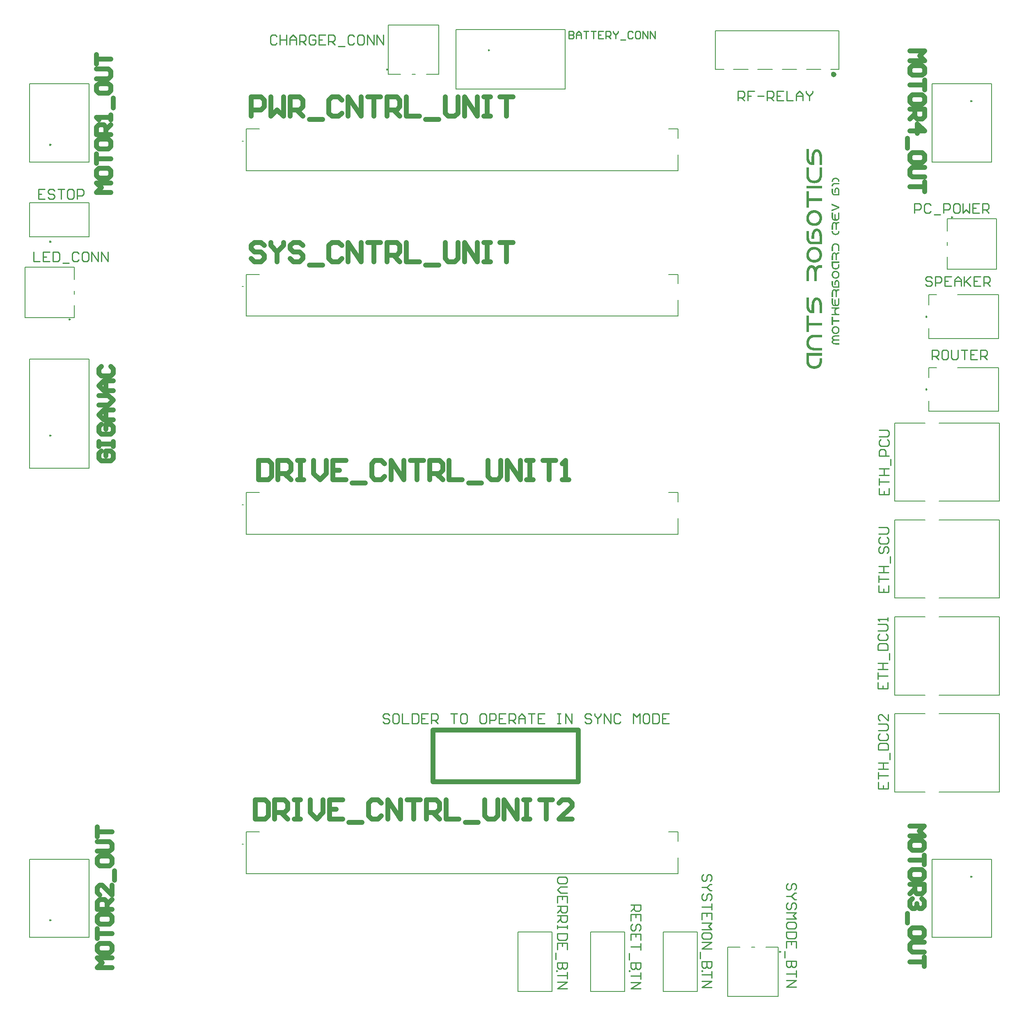
<source format=gto>
G04*
G04 #@! TF.GenerationSoftware,Altium Limited,Altium Designer,21.3.2 (30)*
G04*
G04 Layer_Color=65535*
%FSLAX25Y25*%
%MOIN*%
G70*
G04*
G04 #@! TF.SameCoordinates,467638F3-B4FA-417D-9A7E-59FD0AE83611*
G04*
G04*
G04 #@! TF.FilePolarity,Positive*
G04*
G01*
G75*
%ADD10C,0.00787*%
%ADD11C,0.03150*%
%ADD12C,0.00984*%
%ADD13C,0.03937*%
%ADD14C,0.01000*%
G36*
X642570Y687215D02*
X642668D01*
X642783Y687182D01*
X643062Y687133D01*
X643373Y687034D01*
X643734Y686887D01*
X643931Y686805D01*
X644128Y686690D01*
X644325Y686575D01*
X644522Y686427D01*
X644718Y686280D01*
X644915Y686099D01*
X645112Y685886D01*
X645309Y685673D01*
X645489Y685427D01*
X645670Y685148D01*
X645833Y684853D01*
X645981Y684542D01*
X646129Y684181D01*
X646260Y683804D01*
X646375Y683393D01*
X646473Y682951D01*
X646555Y682475D01*
X646604Y681967D01*
X646637Y681409D01*
X646654Y680835D01*
Y674455D01*
X644522D01*
Y681015D01*
X644505Y681114D01*
Y681229D01*
X644489Y681507D01*
X644456Y681819D01*
X644407Y682180D01*
X644341Y682574D01*
X644259Y682967D01*
X644144Y683361D01*
X643997Y683754D01*
X643833Y684115D01*
X643619Y684427D01*
X643373Y684705D01*
X643242Y684820D01*
X643095Y684919D01*
X642931Y685001D01*
X642767Y685050D01*
X642586Y685083D01*
X642389Y685099D01*
X642373D01*
X642291D01*
X642193Y685066D01*
X642062Y685034D01*
X641897Y684968D01*
X641717Y684869D01*
X641520Y684738D01*
X641324Y684574D01*
X641127Y684345D01*
X640930Y684066D01*
X640832Y683902D01*
X640750Y683721D01*
X640667Y683508D01*
X640586Y683295D01*
X640520Y683066D01*
X640454Y682820D01*
X640389Y682541D01*
X640356Y682245D01*
X640307Y681934D01*
X640274Y681590D01*
X640258Y681229D01*
Y674455D01*
X638142D01*
X638126D01*
X638093D01*
X638043D01*
X637961Y674472D01*
X637863Y674488D01*
X637748Y674505D01*
X637469Y674554D01*
X637158Y674652D01*
X636797Y674800D01*
X636404Y674997D01*
X636207Y675111D01*
X636010Y675259D01*
X635813Y675407D01*
X635616Y675587D01*
X635420Y675784D01*
X635223Y676014D01*
X635042Y676260D01*
X634862Y676522D01*
X634698Y676817D01*
X634550Y677145D01*
X634403Y677506D01*
X634271Y677883D01*
X634157Y678293D01*
X634058Y678736D01*
X633976Y679212D01*
X633927Y679720D01*
X633894Y680261D01*
X633878Y680835D01*
Y687231D01*
X636010D01*
Y680556D01*
X636026Y680442D01*
X636043Y680179D01*
X636075Y679851D01*
X636125Y679490D01*
X636190Y679113D01*
X636272Y678720D01*
X636387Y678309D01*
X636518Y677932D01*
X636699Y677571D01*
X636896Y677260D01*
X637142Y676981D01*
X637273Y676866D01*
X637420Y676768D01*
X637584Y676686D01*
X637748Y676637D01*
X637929Y676604D01*
X638126Y676587D01*
Y681114D01*
X638142Y681261D01*
X638158Y681426D01*
X638175Y681622D01*
X638191Y681836D01*
X638224Y682065D01*
X638257Y682311D01*
X638355Y682852D01*
X638486Y683443D01*
X638650Y684033D01*
X638880Y684623D01*
X639159Y685214D01*
X639323Y685476D01*
X639503Y685755D01*
X639716Y686001D01*
X639929Y686231D01*
X640159Y686444D01*
X640405Y686641D01*
X640684Y686805D01*
X640979Y686952D01*
X641291Y687067D01*
X641635Y687165D01*
X641996Y687215D01*
X642389Y687231D01*
X642406D01*
X642439D01*
X642488D01*
X642570Y687215D01*
D02*
G37*
G36*
X646654Y665764D02*
X646637Y665649D01*
X646621Y665518D01*
X646604Y665337D01*
X646588Y665140D01*
X646555Y664927D01*
X646506Y664698D01*
X646457Y664452D01*
X646309Y663910D01*
X646112Y663336D01*
X645997Y663041D01*
X645850Y662746D01*
X645702Y662434D01*
X645522Y662139D01*
X645325Y661844D01*
X645095Y661565D01*
X644849Y661286D01*
X644587Y661024D01*
X644292Y660778D01*
X643964Y660548D01*
X643603Y660335D01*
X643226Y660138D01*
X642816Y659974D01*
X642373Y659827D01*
X641897Y659712D01*
X641389Y659614D01*
X640848Y659564D01*
X640274Y659548D01*
X640258D01*
X640208D01*
X640110D01*
X639995Y659564D01*
X639848Y659581D01*
X639683Y659597D01*
X639487Y659614D01*
X639274Y659646D01*
X639044Y659695D01*
X638798Y659745D01*
X638257Y659892D01*
X637666Y660089D01*
X637371Y660204D01*
X637076Y660352D01*
X636781Y660499D01*
X636485Y660679D01*
X636190Y660876D01*
X635895Y661106D01*
X635633Y661352D01*
X635354Y661614D01*
X635108Y661909D01*
X634878Y662238D01*
X634665Y662598D01*
X634468Y662976D01*
X634304Y663385D01*
X634157Y663828D01*
X634042Y664304D01*
X633944Y664812D01*
X633894Y665353D01*
X633878Y665928D01*
Y672324D01*
X636010D01*
Y665747D01*
X636026Y665649D01*
X636043Y665534D01*
X636075Y665272D01*
X636141Y664944D01*
X636239Y664583D01*
X636371Y664206D01*
X636535Y663812D01*
X636764Y663402D01*
X637043Y663025D01*
X637207Y662844D01*
X637388Y662664D01*
X637601Y662500D01*
X637814Y662352D01*
X638043Y662205D01*
X638289Y662074D01*
X638568Y661959D01*
X638864Y661860D01*
X639175Y661778D01*
X639520Y661729D01*
X639880Y661696D01*
X640274Y661680D01*
X640290D01*
X640323D01*
X640372D01*
X640454Y661696D01*
X640553D01*
X640667Y661713D01*
X640930Y661746D01*
X641258Y661811D01*
X641619Y661909D01*
X641996Y662041D01*
X642389Y662205D01*
X642800Y662434D01*
X643177Y662713D01*
X643357Y662877D01*
X643538Y663058D01*
X643702Y663254D01*
X643849Y663468D01*
X643997Y663714D01*
X644128Y663960D01*
X644243Y664238D01*
X644341Y664534D01*
X644423Y664845D01*
X644472Y665173D01*
X644505Y665534D01*
X644522Y665928D01*
Y672324D01*
X646654D01*
Y665764D01*
D02*
G37*
G36*
Y655284D02*
X633878D01*
Y657416D01*
X646654D01*
Y655284D01*
D02*
G37*
G36*
X636010Y647297D02*
X646654D01*
Y645165D01*
X636010D01*
Y639835D01*
X633878D01*
Y653152D01*
X636010D01*
Y647297D01*
D02*
G37*
G36*
X640553Y637687D02*
X640684D01*
X640864Y637654D01*
X641061Y637638D01*
X641274Y637605D01*
X641504Y637556D01*
X641750Y637506D01*
X642291Y637359D01*
X642570Y637277D01*
X642865Y637162D01*
X643160Y637047D01*
X643456Y636900D01*
X643767Y636752D01*
X644062Y636572D01*
X644357Y636358D01*
X644636Y636145D01*
X644915Y635899D01*
X645178Y635620D01*
X645424Y635325D01*
X645653Y635013D01*
X645866Y634653D01*
X646063Y634275D01*
X646227Y633865D01*
X646375Y633423D01*
X646489Y632947D01*
X646588Y632439D01*
X646637Y631881D01*
X646654Y631307D01*
Y631143D01*
X646637Y631028D01*
X646621Y630897D01*
X646604Y630717D01*
X646588Y630520D01*
X646555Y630307D01*
X646506Y630077D01*
X646457Y629831D01*
X646309Y629290D01*
X646112Y628716D01*
X645997Y628421D01*
X645850Y628125D01*
X645702Y627814D01*
X645522Y627519D01*
X645325Y627223D01*
X645095Y626945D01*
X644849Y626666D01*
X644587Y626404D01*
X644292Y626158D01*
X643964Y625928D01*
X643603Y625715D01*
X643226Y625518D01*
X642816Y625354D01*
X642373Y625206D01*
X641897Y625092D01*
X641389Y624993D01*
X640848Y624944D01*
X640274Y624928D01*
X640258D01*
X640208D01*
X640110D01*
X639995Y624944D01*
X639848Y624960D01*
X639683Y624977D01*
X639487Y624993D01*
X639274Y625026D01*
X639044Y625075D01*
X638798Y625124D01*
X638257Y625272D01*
X637666Y625469D01*
X637371Y625584D01*
X637076Y625731D01*
X636781Y625879D01*
X636485Y626059D01*
X636190Y626256D01*
X635895Y626485D01*
X635633Y626731D01*
X635354Y626994D01*
X635108Y627289D01*
X634878Y627617D01*
X634665Y627978D01*
X634468Y628355D01*
X634304Y628765D01*
X634157Y629208D01*
X634042Y629683D01*
X633944Y630192D01*
X633894Y630733D01*
X633878Y631307D01*
Y631471D01*
X633894Y631586D01*
Y631734D01*
X633927Y631897D01*
X633944Y632094D01*
X633976Y632307D01*
X634025Y632537D01*
X634075Y632783D01*
X634222Y633324D01*
X634304Y633619D01*
X634419Y633915D01*
X634534Y634210D01*
X634682Y634505D01*
X634829Y634800D01*
X635009Y635096D01*
X635223Y635391D01*
X635436Y635686D01*
X635682Y635948D01*
X635961Y636227D01*
X636256Y636473D01*
X636567Y636703D01*
X636928Y636916D01*
X637305Y637113D01*
X637715Y637277D01*
X638158Y637424D01*
X638634Y637539D01*
X639142Y637638D01*
X639700Y637687D01*
X640274Y637703D01*
X640290D01*
X640340D01*
X640438D01*
X640553Y637687D01*
D02*
G37*
G36*
X642570Y622779D02*
X642668D01*
X642783Y622746D01*
X643062Y622697D01*
X643373Y622599D01*
X643734Y622451D01*
X643931Y622369D01*
X644128Y622254D01*
X644325Y622140D01*
X644522Y621992D01*
X644718Y621844D01*
X644915Y621664D01*
X645112Y621451D01*
X645309Y621238D01*
X645489Y620992D01*
X645670Y620713D01*
X645833Y620417D01*
X645981Y620106D01*
X646129Y619745D01*
X646260Y619368D01*
X646375Y618958D01*
X646473Y618515D01*
X646555Y618040D01*
X646604Y617531D01*
X646637Y616973D01*
X646654Y616399D01*
Y610020D01*
X638142D01*
X638126D01*
X638093D01*
X638043D01*
X637961Y610036D01*
X637863Y610053D01*
X637748Y610069D01*
X637469Y610118D01*
X637158Y610217D01*
X636797Y610364D01*
X636404Y610561D01*
X636207Y610676D01*
X636010Y610823D01*
X635813Y610971D01*
X635616Y611152D01*
X635420Y611348D01*
X635223Y611578D01*
X635042Y611824D01*
X634862Y612086D01*
X634698Y612382D01*
X634550Y612710D01*
X634403Y613070D01*
X634271Y613448D01*
X634157Y613858D01*
X634058Y614300D01*
X633976Y614776D01*
X633927Y615284D01*
X633894Y615826D01*
X633878Y616399D01*
Y620663D01*
X636010D01*
Y616121D01*
X636026Y616006D01*
X636043Y615743D01*
X636075Y615415D01*
X636125Y615055D01*
X636190Y614677D01*
X636272Y614284D01*
X636387Y613874D01*
X636535Y613497D01*
X636699Y613136D01*
X636912Y612824D01*
X637158Y612545D01*
X637289Y612431D01*
X637437Y612332D01*
X637601Y612250D01*
X637765Y612201D01*
X637945Y612168D01*
X638142Y612152D01*
X644522D01*
Y616580D01*
X644505Y616678D01*
Y616793D01*
X644489Y617072D01*
X644456Y617383D01*
X644407Y617744D01*
X644341Y618138D01*
X644259Y618532D01*
X644144Y618925D01*
X643997Y619319D01*
X643833Y619679D01*
X643619Y619991D01*
X643373Y620270D01*
X643242Y620385D01*
X643095Y620483D01*
X642931Y620565D01*
X642767Y620614D01*
X642586Y620647D01*
X642389Y620663D01*
X642373D01*
X642291D01*
X642193Y620631D01*
X642062Y620598D01*
X641897Y620532D01*
X641717Y620434D01*
X641520Y620303D01*
X641324Y620139D01*
X641127Y619909D01*
X640930Y619630D01*
X640832Y619466D01*
X640750Y619286D01*
X640667Y619073D01*
X640586Y618859D01*
X640520Y618630D01*
X640454Y618384D01*
X640389Y618105D01*
X640356Y617810D01*
X640307Y617498D01*
X640274Y617154D01*
X640258Y616793D01*
Y614267D01*
X638126D01*
Y616678D01*
X638142Y616826D01*
X638158Y616990D01*
X638175Y617187D01*
X638191Y617400D01*
X638224Y617629D01*
X638257Y617875D01*
X638355Y618417D01*
X638486Y619007D01*
X638650Y619597D01*
X638880Y620188D01*
X639159Y620778D01*
X639323Y621041D01*
X639503Y621319D01*
X639716Y621565D01*
X639929Y621795D01*
X640159Y622008D01*
X640405Y622205D01*
X640684Y622369D01*
X640979Y622517D01*
X641291Y622632D01*
X641635Y622730D01*
X641996Y622779D01*
X642389Y622795D01*
X642406D01*
X642439D01*
X642488D01*
X642570Y622779D01*
D02*
G37*
G36*
X640553Y607871D02*
X640684D01*
X640864Y607839D01*
X641061Y607822D01*
X641274Y607790D01*
X641504Y607740D01*
X641750Y607691D01*
X642291Y607544D01*
X642570Y607462D01*
X642865Y607347D01*
X643160Y607232D01*
X643456Y607084D01*
X643767Y606937D01*
X644062Y606756D01*
X644357Y606543D01*
X644636Y606330D01*
X644915Y606084D01*
X645178Y605805D01*
X645424Y605510D01*
X645653Y605198D01*
X645866Y604838D01*
X646063Y604460D01*
X646227Y604050D01*
X646375Y603608D01*
X646489Y603132D01*
X646588Y602624D01*
X646637Y602066D01*
X646654Y601492D01*
Y601328D01*
X646637Y601213D01*
X646621Y601082D01*
X646604Y600902D01*
X646588Y600705D01*
X646555Y600492D01*
X646506Y600262D01*
X646457Y600016D01*
X646309Y599475D01*
X646112Y598901D01*
X645997Y598605D01*
X645850Y598310D01*
X645702Y597999D01*
X645522Y597704D01*
X645325Y597408D01*
X645095Y597129D01*
X644849Y596851D01*
X644587Y596588D01*
X644292Y596342D01*
X643964Y596113D01*
X643603Y595899D01*
X643226Y595703D01*
X642816Y595539D01*
X642373Y595391D01*
X641897Y595276D01*
X641389Y595178D01*
X640848Y595129D01*
X640274Y595112D01*
X640258D01*
X640208D01*
X640110D01*
X639995Y595129D01*
X639848Y595145D01*
X639683Y595161D01*
X639487Y595178D01*
X639274Y595211D01*
X639044Y595260D01*
X638798Y595309D01*
X638257Y595457D01*
X637666Y595653D01*
X637371Y595768D01*
X637076Y595916D01*
X636781Y596064D01*
X636485Y596244D01*
X636190Y596441D01*
X635895Y596670D01*
X635633Y596916D01*
X635354Y597179D01*
X635108Y597474D01*
X634878Y597802D01*
X634665Y598163D01*
X634468Y598540D01*
X634304Y598950D01*
X634157Y599393D01*
X634042Y599868D01*
X633944Y600377D01*
X633894Y600918D01*
X633878Y601492D01*
Y601656D01*
X633894Y601771D01*
Y601918D01*
X633927Y602082D01*
X633944Y602279D01*
X633976Y602492D01*
X634025Y602722D01*
X634075Y602968D01*
X634222Y603509D01*
X634304Y603804D01*
X634419Y604100D01*
X634534Y604395D01*
X634682Y604690D01*
X634829Y604985D01*
X635009Y605280D01*
X635223Y605576D01*
X635436Y605871D01*
X635682Y606133D01*
X635961Y606412D01*
X636256Y606658D01*
X636567Y606887D01*
X636928Y607101D01*
X637305Y607298D01*
X637715Y607462D01*
X638158Y607609D01*
X638634Y607724D01*
X639142Y607822D01*
X639700Y607871D01*
X640274Y607888D01*
X640290D01*
X640340D01*
X640438D01*
X640553Y607871D01*
D02*
G37*
G36*
X646654Y590848D02*
X644522D01*
X644505D01*
X644423D01*
X644325Y590815D01*
X644194Y590783D01*
X644030Y590717D01*
X643849Y590619D01*
X643652Y590487D01*
X643456Y590323D01*
X643259Y590094D01*
X643062Y589815D01*
X642964Y589651D01*
X642881Y589471D01*
X642800Y589257D01*
X642718Y589044D01*
X642652Y588815D01*
X642586Y588569D01*
X642521Y588290D01*
X642488Y587995D01*
X642439Y587683D01*
X642406Y587339D01*
X642389Y586978D01*
Y580205D01*
X640258D01*
Y586765D01*
X640241Y586863D01*
Y586978D01*
X640225Y587257D01*
X640192Y587568D01*
X640143Y587929D01*
X640077Y588323D01*
X639995Y588716D01*
X639880Y589110D01*
X639733Y589503D01*
X639569Y589864D01*
X639372Y590176D01*
X639126Y590455D01*
X638978Y590569D01*
X638847Y590668D01*
X638683Y590750D01*
X638519Y590799D01*
X638339Y590832D01*
X638142Y590848D01*
X638126D01*
X638043D01*
X637945Y590815D01*
X637814Y590783D01*
X637650Y590717D01*
X637469Y590619D01*
X637273Y590487D01*
X637076Y590323D01*
X636879Y590094D01*
X636682Y589815D01*
X636584Y589651D01*
X636502Y589471D01*
X636420Y589257D01*
X636338Y589044D01*
X636272Y588815D01*
X636207Y588569D01*
X636141Y588290D01*
X636108Y587995D01*
X636059Y587683D01*
X636026Y587339D01*
X636010Y586978D01*
Y580205D01*
X633878D01*
Y586863D01*
X633894Y587011D01*
X633911Y587175D01*
X633927Y587371D01*
X633944Y587585D01*
X633976Y587814D01*
X634009Y588060D01*
X634107Y588601D01*
X634239Y589192D01*
X634403Y589782D01*
X634632Y590373D01*
X634911Y590963D01*
X635075Y591225D01*
X635255Y591504D01*
X635469Y591750D01*
X635682Y591980D01*
X635912Y592193D01*
X636158Y592390D01*
X636436Y592554D01*
X636731Y592701D01*
X637043Y592816D01*
X637388Y592915D01*
X637748Y592964D01*
X638142Y592980D01*
X638158D01*
X638240D01*
X638339Y592964D01*
X638486D01*
X638667Y592931D01*
X638864Y592898D01*
X639093Y592849D01*
X639339Y592783D01*
X639585Y592701D01*
X639848Y592587D01*
X640126Y592455D01*
X640389Y592308D01*
X640635Y592111D01*
X640881Y591898D01*
X641110Y591652D01*
X641324Y591373D01*
X641340Y591390D01*
X641373Y591439D01*
X641438Y591521D01*
X641520Y591619D01*
X641635Y591750D01*
X641766Y591882D01*
X641930Y592029D01*
X642127Y592177D01*
X642340Y592324D01*
X642570Y592472D01*
X642832Y592603D01*
X643127Y592734D01*
X643439Y592833D01*
X643767Y592915D01*
X644128Y592964D01*
X644522Y592980D01*
X646654D01*
Y590848D01*
D02*
G37*
G36*
X642570Y566855D02*
X642668D01*
X642783Y566822D01*
X643062Y566773D01*
X643373Y566675D01*
X643734Y566527D01*
X643931Y566445D01*
X644128Y566330D01*
X644325Y566216D01*
X644522Y566068D01*
X644718Y565920D01*
X644915Y565740D01*
X645112Y565527D01*
X645309Y565313D01*
X645489Y565067D01*
X645670Y564789D01*
X645834Y564494D01*
X645981Y564182D01*
X646129Y563821D01*
X646260Y563444D01*
X646375Y563034D01*
X646473Y562591D01*
X646555Y562115D01*
X646604Y561607D01*
X646637Y561050D01*
X646654Y560475D01*
Y554096D01*
X644522D01*
Y560656D01*
X644505Y560754D01*
Y560869D01*
X644489Y561148D01*
X644456Y561459D01*
X644407Y561820D01*
X644341Y562214D01*
X644259Y562607D01*
X644144Y563001D01*
X643997Y563395D01*
X643833Y563756D01*
X643619Y564067D01*
X643373Y564346D01*
X643242Y564461D01*
X643095Y564559D01*
X642931Y564641D01*
X642767Y564690D01*
X642586Y564723D01*
X642389Y564740D01*
X642373D01*
X642291D01*
X642193Y564707D01*
X642062Y564674D01*
X641897Y564608D01*
X641717Y564510D01*
X641520Y564379D01*
X641324Y564215D01*
X641127Y563985D01*
X640930Y563706D01*
X640832Y563542D01*
X640750Y563362D01*
X640668Y563149D01*
X640586Y562935D01*
X640520Y562706D01*
X640454Y562460D01*
X640389Y562181D01*
X640356Y561886D01*
X640307Y561574D01*
X640274Y561230D01*
X640258Y560869D01*
Y554096D01*
X638142D01*
X638126D01*
X638093D01*
X638043D01*
X637961Y554112D01*
X637863Y554129D01*
X637748Y554145D01*
X637469Y554194D01*
X637158Y554293D01*
X636797Y554440D01*
X636404Y554637D01*
X636207Y554752D01*
X636010Y554900D01*
X635813Y555047D01*
X635616Y555228D01*
X635420Y555424D01*
X635223Y555654D01*
X635042Y555900D01*
X634862Y556162D01*
X634698Y556458D01*
X634550Y556785D01*
X634403Y557146D01*
X634272Y557523D01*
X634157Y557934D01*
X634058Y558376D01*
X633976Y558852D01*
X633927Y559360D01*
X633894Y559902D01*
X633878Y560475D01*
Y566872D01*
X636010D01*
Y560197D01*
X636026Y560082D01*
X636043Y559820D01*
X636076Y559491D01*
X636125Y559131D01*
X636190Y558753D01*
X636272Y558360D01*
X636387Y557950D01*
X636518Y557573D01*
X636699Y557212D01*
X636896Y556900D01*
X637142Y556622D01*
X637273Y556507D01*
X637420Y556408D01*
X637584Y556326D01*
X637748Y556277D01*
X637929Y556244D01*
X638126Y556228D01*
Y560754D01*
X638142Y560902D01*
X638158Y561066D01*
X638175Y561263D01*
X638191Y561476D01*
X638224Y561705D01*
X638257Y561951D01*
X638355Y562493D01*
X638486Y563083D01*
X638650Y563673D01*
X638880Y564264D01*
X639159Y564854D01*
X639323Y565117D01*
X639503Y565395D01*
X639716Y565641D01*
X639930Y565871D01*
X640159Y566084D01*
X640405Y566281D01*
X640684Y566445D01*
X640979Y566593D01*
X641291Y566708D01*
X641635Y566806D01*
X641996Y566855D01*
X642389Y566872D01*
X642406D01*
X642439D01*
X642488D01*
X642570Y566855D01*
D02*
G37*
G36*
X636010Y546109D02*
X646654D01*
Y543977D01*
X636010D01*
Y538647D01*
X633878D01*
Y551964D01*
X636010D01*
Y546109D01*
D02*
G37*
G36*
X646654Y534383D02*
X640274D01*
X640258D01*
X640225D01*
X640176D01*
X640094D01*
X639995Y534367D01*
X639880Y534350D01*
X639602Y534317D01*
X639290Y534252D01*
X638929Y534154D01*
X638535Y534022D01*
X638142Y533858D01*
X637748Y533629D01*
X637355Y533350D01*
X637174Y533186D01*
X636994Y533006D01*
X636830Y532792D01*
X636682Y532579D01*
X636535Y532349D01*
X636404Y532103D01*
X636289Y531825D01*
X636190Y531530D01*
X636108Y531218D01*
X636059Y530873D01*
X636026Y530513D01*
X636010Y530119D01*
Y529939D01*
X636026Y529840D01*
X636043Y529726D01*
X636076Y529463D01*
X636141Y529135D01*
X636239Y528774D01*
X636371Y528397D01*
X636535Y528004D01*
X636764Y527594D01*
X637043Y527216D01*
X637207Y527036D01*
X637388Y526856D01*
X637601Y526691D01*
X637814Y526544D01*
X638043Y526396D01*
X638289Y526265D01*
X638568Y526150D01*
X638864Y526052D01*
X639175Y525970D01*
X639520Y525921D01*
X639880Y525888D01*
X640274Y525872D01*
X646654D01*
Y523739D01*
X640274D01*
X640258D01*
X640208D01*
X640110D01*
X639995Y523756D01*
X639848Y523772D01*
X639684Y523789D01*
X639487Y523805D01*
X639274Y523838D01*
X639044Y523887D01*
X638798Y523936D01*
X638257Y524084D01*
X637666Y524281D01*
X637371Y524396D01*
X637076Y524543D01*
X636781Y524691D01*
X636485Y524871D01*
X636190Y525068D01*
X635895Y525297D01*
X635633Y525543D01*
X635354Y525806D01*
X635108Y526101D01*
X634878Y526429D01*
X634665Y526790D01*
X634468Y527167D01*
X634304Y527577D01*
X634157Y528020D01*
X634042Y528496D01*
X633944Y529004D01*
X633894Y529545D01*
X633878Y530119D01*
Y530283D01*
X633894Y530398D01*
Y530546D01*
X633927Y530710D01*
X633944Y530906D01*
X633976Y531119D01*
X634026Y531349D01*
X634075Y531595D01*
X634222Y532136D01*
X634304Y532432D01*
X634419Y532727D01*
X634534Y533022D01*
X634682Y533317D01*
X634829Y533612D01*
X635010Y533908D01*
X635223Y534203D01*
X635436Y534498D01*
X635682Y534760D01*
X635961Y535039D01*
X636256Y535285D01*
X636568Y535515D01*
X636928Y535728D01*
X637306Y535925D01*
X637715Y536089D01*
X638158Y536236D01*
X638634Y536351D01*
X639142Y536449D01*
X639700Y536499D01*
X640274Y536515D01*
X646654D01*
Y534383D01*
D02*
G37*
G36*
Y519476D02*
X636010D01*
Y515031D01*
X636026Y514933D01*
X636043Y514818D01*
X636076Y514556D01*
X636141Y514227D01*
X636239Y513867D01*
X636371Y513489D01*
X636535Y513096D01*
X636764Y512686D01*
X637043Y512309D01*
X637207Y512128D01*
X637388Y511948D01*
X637601Y511784D01*
X637814Y511636D01*
X638043Y511489D01*
X638289Y511357D01*
X638568Y511243D01*
X638864Y511144D01*
X639175Y511062D01*
X639520Y511013D01*
X639880Y510980D01*
X640274Y510964D01*
X640290D01*
X640323D01*
X640372D01*
X640454Y510980D01*
X640553D01*
X640668Y510997D01*
X640930Y511029D01*
X641258Y511095D01*
X641619Y511194D01*
X641996Y511325D01*
X642389Y511489D01*
X642800Y511718D01*
X643177Y511997D01*
X643357Y512161D01*
X643538Y512341D01*
X643702Y512538D01*
X643849Y512751D01*
X643997Y512997D01*
X644128Y513243D01*
X644243Y513522D01*
X644341Y513818D01*
X644423Y514129D01*
X644472Y514457D01*
X644505Y514818D01*
X644522Y515211D01*
Y517344D01*
X646654D01*
Y515048D01*
X646637Y514933D01*
X646621Y514802D01*
X646604Y514621D01*
X646588Y514424D01*
X646555Y514211D01*
X646506Y513981D01*
X646457Y513735D01*
X646309Y513194D01*
X646112Y512620D01*
X645997Y512325D01*
X645850Y512030D01*
X645702Y511718D01*
X645522Y511423D01*
X645325Y511128D01*
X645096Y510849D01*
X644849Y510570D01*
X644587Y510308D01*
X644292Y510062D01*
X643964Y509832D01*
X643603Y509619D01*
X643226Y509422D01*
X642816Y509258D01*
X642373Y509111D01*
X641897Y508996D01*
X641389Y508897D01*
X640848Y508848D01*
X640274Y508832D01*
X640258D01*
X640208D01*
X640110D01*
X639995Y508848D01*
X639848Y508865D01*
X639684Y508881D01*
X639487Y508897D01*
X639274Y508930D01*
X639044Y508980D01*
X638798Y509029D01*
X638257Y509176D01*
X637666Y509373D01*
X637371Y509488D01*
X637076Y509635D01*
X636781Y509783D01*
X636485Y509964D01*
X636190Y510160D01*
X635895Y510390D01*
X635633Y510636D01*
X635354Y510898D01*
X635108Y511194D01*
X634878Y511521D01*
X634665Y511882D01*
X634468Y512259D01*
X634304Y512670D01*
X634157Y513112D01*
X634042Y513588D01*
X633944Y514096D01*
X633894Y514638D01*
X633878Y515211D01*
Y521607D01*
X646654D01*
Y519476D01*
D02*
G37*
G36*
X657776Y664073D02*
X657842D01*
X657932Y664056D01*
X658031Y664048D01*
X658137Y664032D01*
X658252Y664007D01*
X658375Y663983D01*
X658645Y663909D01*
X658785Y663868D01*
X658932Y663810D01*
X659080Y663753D01*
X659228Y663679D01*
X659383Y663605D01*
X659531Y663515D01*
X659679Y663409D01*
X659818Y663302D01*
X659958Y663179D01*
X660089Y663040D01*
X660212Y662892D01*
X660326Y662736D01*
X660433Y662556D01*
X660532Y662367D01*
X660613Y662162D01*
X660687Y661941D01*
X660745Y661703D01*
X660794Y661449D01*
X660818Y661170D01*
X660827Y660883D01*
X659761D01*
Y660932D01*
X659753Y660973D01*
Y661023D01*
X659744Y661080D01*
X659728Y661219D01*
X659695Y661375D01*
X659646Y661555D01*
X659580Y661752D01*
X659498Y661949D01*
X659383Y662146D01*
X659244Y662343D01*
X659162Y662433D01*
X659072Y662523D01*
X658974Y662605D01*
X658867Y662679D01*
X658744Y662753D01*
X658621Y662818D01*
X658482Y662876D01*
X658334Y662925D01*
X658178Y662966D01*
X658014Y662991D01*
X657834Y663007D01*
X657637Y663015D01*
X657629D01*
X657612D01*
X657588D01*
X657547D01*
X657498Y663007D01*
X657440Y662999D01*
X657301Y662982D01*
X657145Y662950D01*
X656964Y662900D01*
X656768Y662835D01*
X656571Y662753D01*
X656374Y662638D01*
X656177Y662499D01*
X656087Y662417D01*
X655997Y662326D01*
X655915Y662220D01*
X655841Y662113D01*
X655767Y661998D01*
X655702Y661875D01*
X655644Y661736D01*
X655595Y661588D01*
X655554Y661433D01*
X655529Y661260D01*
X655513Y661080D01*
X655505Y660883D01*
X654439D01*
Y660965D01*
X654447Y661023D01*
Y661096D01*
X654463Y661178D01*
X654472Y661277D01*
X654488Y661383D01*
X654513Y661498D01*
X654537Y661621D01*
X654611Y661892D01*
X654652Y662039D01*
X654709Y662187D01*
X654767Y662334D01*
X654841Y662482D01*
X654915Y662630D01*
X655005Y662777D01*
X655111Y662925D01*
X655218Y663072D01*
X655341Y663204D01*
X655480Y663343D01*
X655628Y663466D01*
X655784Y663581D01*
X655964Y663688D01*
X656153Y663786D01*
X656358Y663868D01*
X656579Y663942D01*
X656817Y663999D01*
X657071Y664048D01*
X657350Y664073D01*
X657637Y664081D01*
X657645D01*
X657670D01*
X657719D01*
X657776Y664073D01*
D02*
G37*
G36*
X660827Y658751D02*
X657637D01*
X657629D01*
X657612D01*
X657588D01*
X657547D01*
X657498D01*
X657440Y658743D01*
X657301Y658735D01*
X657145Y658718D01*
X656964Y658694D01*
X656768Y658661D01*
X656571Y658620D01*
X656374Y658563D01*
X656177Y658489D01*
X655997Y658407D01*
X655841Y658300D01*
X655702Y658177D01*
X655644Y658111D01*
X655595Y658038D01*
X655554Y657956D01*
X655529Y657874D01*
X655513Y657784D01*
X655505Y657685D01*
Y657152D01*
X654439D01*
Y657734D01*
X654447Y657775D01*
Y657825D01*
X654463Y657882D01*
X654488Y658021D01*
X654537Y658177D01*
X654611Y658357D01*
X654652Y658456D01*
X654709Y658554D01*
X654767Y658653D01*
X654841Y658751D01*
X654915Y658849D01*
X655005Y658948D01*
X655111Y659046D01*
X655218Y659145D01*
X655341Y659235D01*
X655480Y659325D01*
X655628Y659407D01*
X655784Y659481D01*
X655964Y659555D01*
X656153Y659620D01*
X656358Y659678D01*
X656579Y659727D01*
X656817Y659768D01*
X657071Y659793D01*
X657350Y659809D01*
X657637Y659817D01*
X660827D01*
Y658751D01*
D02*
G37*
G36*
X658785Y656078D02*
X658834D01*
X658891Y656062D01*
X659031Y656037D01*
X659187Y655988D01*
X659367Y655914D01*
X659466Y655873D01*
X659564Y655816D01*
X659662Y655758D01*
X659761Y655684D01*
X659859Y655611D01*
X659958Y655520D01*
X660056Y655414D01*
X660154Y655307D01*
X660245Y655184D01*
X660335Y655045D01*
X660417Y654897D01*
X660491Y654741D01*
X660564Y654561D01*
X660630Y654372D01*
X660687Y654167D01*
X660737Y653946D01*
X660778Y653708D01*
X660802Y653454D01*
X660818Y653175D01*
X660827Y652888D01*
Y649698D01*
X656571D01*
X656563D01*
X656546D01*
X656522D01*
X656481Y649707D01*
X656431Y649715D01*
X656374Y649723D01*
X656235Y649748D01*
X656079Y649797D01*
X655899Y649870D01*
X655702Y649969D01*
X655603Y650026D01*
X655505Y650100D01*
X655407Y650174D01*
X655308Y650264D01*
X655210Y650362D01*
X655111Y650477D01*
X655021Y650600D01*
X654931Y650732D01*
X654849Y650879D01*
X654775Y651043D01*
X654701Y651224D01*
X654636Y651412D01*
X654578Y651617D01*
X654529Y651838D01*
X654488Y652076D01*
X654463Y652330D01*
X654447Y652601D01*
X654439Y652888D01*
Y655020D01*
X655505D01*
Y652749D01*
X655513Y652691D01*
X655521Y652560D01*
X655538Y652396D01*
X655562Y652216D01*
X655595Y652027D01*
X655636Y651830D01*
X655693Y651625D01*
X655767Y651437D01*
X655849Y651256D01*
X655956Y651100D01*
X656079Y650961D01*
X656145Y650904D01*
X656218Y650854D01*
X656300Y650813D01*
X656382Y650789D01*
X656472Y650772D01*
X656571Y650764D01*
X659761D01*
Y652978D01*
X659753Y653027D01*
Y653085D01*
X659744Y653224D01*
X659728Y653380D01*
X659703Y653560D01*
X659670Y653757D01*
X659629Y653954D01*
X659572Y654151D01*
X659498Y654348D01*
X659416Y654528D01*
X659310Y654684D01*
X659187Y654823D01*
X659121Y654881D01*
X659047Y654930D01*
X658965Y654971D01*
X658883Y654995D01*
X658793Y655012D01*
X658695Y655020D01*
X658686D01*
X658645D01*
X658596Y655004D01*
X658531Y654987D01*
X658449Y654954D01*
X658358Y654905D01*
X658260Y654840D01*
X658162Y654758D01*
X658063Y654643D01*
X657965Y654503D01*
X657916Y654422D01*
X657875Y654331D01*
X657834Y654225D01*
X657793Y654118D01*
X657760Y654003D01*
X657727Y653880D01*
X657694Y653741D01*
X657678Y653593D01*
X657653Y653438D01*
X657637Y653265D01*
X657629Y653085D01*
Y651822D01*
X656563D01*
Y653027D01*
X656571Y653101D01*
X656579Y653183D01*
X656587Y653282D01*
X656596Y653388D01*
X656612Y653503D01*
X656628Y653626D01*
X656677Y653897D01*
X656743Y654192D01*
X656825Y654487D01*
X656940Y654782D01*
X657079Y655078D01*
X657161Y655209D01*
X657252Y655348D01*
X657358Y655471D01*
X657465Y655586D01*
X657580Y655692D01*
X657702Y655791D01*
X657842Y655873D01*
X657990Y655947D01*
X658145Y656004D01*
X658318Y656053D01*
X658498Y656078D01*
X658695Y656086D01*
X658703D01*
X658719D01*
X658744D01*
X658785Y656078D01*
D02*
G37*
G36*
X660827Y640367D02*
Y639301D01*
X654439Y636644D01*
Y637989D01*
X659162Y639842D01*
X654439Y641728D01*
X654439Y643032D01*
X660827Y640367D01*
D02*
G37*
G36*
Y632298D02*
X660818Y632240D01*
Y632175D01*
X660810Y632085D01*
X660802Y631986D01*
X660794Y631880D01*
X660778Y631765D01*
X660761Y631642D01*
X660712Y631371D01*
X660646Y631084D01*
X660564Y630789D01*
X660450Y630486D01*
X660310Y630199D01*
X660228Y630059D01*
X660138Y629928D01*
X660040Y629805D01*
X659933Y629690D01*
X659810Y629584D01*
X659687Y629485D01*
X659548Y629403D01*
X659400Y629329D01*
X659244Y629272D01*
X659080Y629223D01*
X658900Y629198D01*
X658703Y629190D01*
X656571D01*
X656563D01*
X656546D01*
X656522D01*
X656481Y629198D01*
X656431Y629207D01*
X656374Y629215D01*
X656235Y629239D01*
X656079Y629288D01*
X655899Y629362D01*
X655702Y629461D01*
X655603Y629518D01*
X655505Y629592D01*
X655407Y629666D01*
X655308Y629756D01*
X655210Y629854D01*
X655111Y629969D01*
X655021Y630092D01*
X654931Y630223D01*
X654849Y630371D01*
X654775Y630535D01*
X654701Y630715D01*
X654636Y630904D01*
X654578Y631109D01*
X654529Y631330D01*
X654488Y631568D01*
X654464Y631822D01*
X654447Y632093D01*
X654439Y632380D01*
Y635578D01*
X655505D01*
Y632240D01*
X655513Y632183D01*
X655521Y632052D01*
X655538Y631888D01*
X655562Y631707D01*
X655595Y631519D01*
X655636Y631322D01*
X655693Y631117D01*
X655767Y630929D01*
X655849Y630748D01*
X655956Y630592D01*
X656079Y630453D01*
X656145Y630396D01*
X656218Y630346D01*
X656300Y630305D01*
X656382Y630281D01*
X656472Y630264D01*
X656571Y630256D01*
X656948D01*
X656940Y630264D01*
X656932Y630289D01*
X656915Y630338D01*
X656891Y630396D01*
X656858Y630478D01*
X656825Y630568D01*
X656792Y630683D01*
X656751Y630814D01*
X656718Y630953D01*
X656686Y631117D01*
X656653Y631289D01*
X656620Y631478D01*
X656596Y631683D01*
X656579Y631904D01*
X656563Y632134D01*
Y634512D01*
X657629D01*
Y632240D01*
X657637Y632191D01*
X657645Y632052D01*
X657661Y631896D01*
X657686Y631724D01*
X657711Y631535D01*
X657752Y631339D01*
X657809Y631142D01*
X657875Y630953D01*
X657957Y630773D01*
X658055Y630609D01*
X658170Y630469D01*
X658236Y630412D01*
X658309Y630363D01*
X658383Y630322D01*
X658465Y630289D01*
X658555Y630264D01*
X658646Y630256D01*
X658695D01*
X658703D01*
X658744Y630264D01*
X658793Y630272D01*
X658859Y630289D01*
X658941Y630322D01*
X659031Y630371D01*
X659129Y630437D01*
X659228Y630518D01*
X659326Y630633D01*
X659424Y630773D01*
X659466Y630855D01*
X659515Y630945D01*
X659556Y631043D01*
X659597Y631150D01*
X659630Y631273D01*
X659662Y631396D01*
X659687Y631535D01*
X659712Y631683D01*
X659736Y631839D01*
X659753Y632003D01*
X659761Y632191D01*
Y635578D01*
X660827D01*
Y632298D01*
D02*
G37*
G36*
Y627058D02*
X659761D01*
X659753D01*
X659712D01*
X659662Y627042D01*
X659597Y627025D01*
X659515Y626993D01*
X659424Y626943D01*
X659326Y626878D01*
X659228Y626796D01*
X659129Y626681D01*
X659031Y626542D01*
X658982Y626460D01*
X658941Y626369D01*
X658900Y626263D01*
X658859Y626156D01*
X658826Y626041D01*
X658793Y625918D01*
X658760Y625779D01*
X658744Y625631D01*
X658719Y625476D01*
X658703Y625303D01*
X658695Y625123D01*
Y621736D01*
X657629D01*
Y625016D01*
X657621Y625066D01*
Y625123D01*
X657612Y625262D01*
X657596Y625418D01*
X657571Y625598D01*
X657539Y625795D01*
X657498Y625992D01*
X657440Y626189D01*
X657366Y626386D01*
X657284Y626566D01*
X657186Y626722D01*
X657063Y626861D01*
X656989Y626919D01*
X656923Y626968D01*
X656842Y627009D01*
X656760Y627034D01*
X656669Y627050D01*
X656571Y627058D01*
X656563D01*
X656522D01*
X656472Y627042D01*
X656407Y627025D01*
X656325Y626993D01*
X656235Y626943D01*
X656136Y626878D01*
X656038Y626796D01*
X655939Y626681D01*
X655841Y626542D01*
X655792Y626460D01*
X655751Y626369D01*
X655710Y626263D01*
X655669Y626156D01*
X655636Y626041D01*
X655603Y625918D01*
X655571Y625779D01*
X655554Y625631D01*
X655530Y625476D01*
X655513Y625303D01*
X655505Y625123D01*
Y621736D01*
X654439D01*
Y625066D01*
X654447Y625139D01*
X654455Y625221D01*
X654464Y625320D01*
X654472Y625426D01*
X654488Y625541D01*
X654505Y625664D01*
X654554Y625935D01*
X654619Y626230D01*
X654701Y626525D01*
X654816Y626820D01*
X654956Y627115D01*
X655038Y627247D01*
X655128Y627386D01*
X655234Y627509D01*
X655341Y627624D01*
X655456Y627731D01*
X655579Y627829D01*
X655718Y627911D01*
X655866Y627985D01*
X656022Y628042D01*
X656194Y628091D01*
X656374Y628116D01*
X656571Y628124D01*
X656579D01*
X656620D01*
X656669Y628116D01*
X656743D01*
X656833Y628099D01*
X656932Y628083D01*
X657047Y628058D01*
X657169Y628026D01*
X657293Y627985D01*
X657424Y627927D01*
X657563Y627862D01*
X657694Y627788D01*
X657817Y627690D01*
X657940Y627583D01*
X658055Y627460D01*
X658162Y627320D01*
X658170Y627329D01*
X658186Y627353D01*
X658219Y627394D01*
X658260Y627444D01*
X658318Y627509D01*
X658383Y627575D01*
X658465Y627648D01*
X658564Y627722D01*
X658670Y627796D01*
X658785Y627870D01*
X658916Y627936D01*
X659064Y628001D01*
X659220Y628050D01*
X659384Y628091D01*
X659564Y628116D01*
X659761Y628124D01*
X660827D01*
Y627058D01*
D02*
G37*
G36*
Y620580D02*
X660818Y620523D01*
X660810Y620457D01*
X660802Y620367D01*
X660794Y620268D01*
X660778Y620162D01*
X660753Y620047D01*
X660728Y619924D01*
X660655Y619654D01*
X660556Y619367D01*
X660499Y619219D01*
X660425Y619071D01*
X660351Y618916D01*
X660261Y618768D01*
X660163Y618620D01*
X660048Y618481D01*
X659925Y618341D01*
X659794Y618210D01*
X659646Y618087D01*
X659482Y617973D01*
X659302Y617866D01*
X659113Y617767D01*
X658908Y617686D01*
X658686Y617612D01*
X658449Y617554D01*
X658194Y617505D01*
X657924Y617481D01*
X657637Y617472D01*
X657629D01*
X657604D01*
X657555D01*
X657498Y617481D01*
X657424Y617489D01*
X657342Y617497D01*
X657243Y617505D01*
X657137Y617521D01*
X657022Y617546D01*
X656899Y617571D01*
X656628Y617645D01*
X656333Y617743D01*
X656185Y617800D01*
X656038Y617874D01*
X655890Y617948D01*
X655743Y618038D01*
X655595Y618137D01*
X655447Y618251D01*
X655316Y618374D01*
X655177Y618505D01*
X655054Y618653D01*
X654939Y618817D01*
X654833Y618997D01*
X654734Y619186D01*
X654652Y619391D01*
X654578Y619613D01*
X654521Y619850D01*
X654472Y620105D01*
X654447Y620375D01*
X654439Y620662D01*
X655505D01*
Y620572D01*
X655513Y620523D01*
X655521Y620465D01*
X655538Y620334D01*
X655571Y620170D01*
X655620Y619990D01*
X655685Y619801D01*
X655767Y619604D01*
X655882Y619399D01*
X656022Y619211D01*
X656104Y619121D01*
X656194Y619030D01*
X656300Y618948D01*
X656407Y618875D01*
X656522Y618801D01*
X656645Y618735D01*
X656784Y618678D01*
X656932Y618629D01*
X657088Y618587D01*
X657260Y618563D01*
X657440Y618546D01*
X657637Y618538D01*
X657645D01*
X657661D01*
X657686D01*
X657727Y618546D01*
X657776D01*
X657834Y618555D01*
X657965Y618571D01*
X658129Y618604D01*
X658309Y618653D01*
X658498Y618719D01*
X658695Y618801D01*
X658900Y618916D01*
X659088Y619055D01*
X659178Y619137D01*
X659269Y619227D01*
X659351Y619325D01*
X659424Y619432D01*
X659498Y619555D01*
X659564Y619678D01*
X659621Y619817D01*
X659671Y619965D01*
X659712Y620121D01*
X659736Y620285D01*
X659753Y620465D01*
X659761Y620662D01*
X660827D01*
Y620580D01*
D02*
G37*
G36*
X657776Y610798D02*
X657842D01*
X657932Y610781D01*
X658031Y610773D01*
X658137Y610756D01*
X658252Y610732D01*
X658375Y610707D01*
X658646Y610634D01*
X658785Y610593D01*
X658932Y610535D01*
X659080Y610478D01*
X659228Y610404D01*
X659384Y610330D01*
X659531Y610240D01*
X659679Y610133D01*
X659818Y610027D01*
X659958Y609904D01*
X660089Y609764D01*
X660212Y609617D01*
X660327Y609461D01*
X660433Y609280D01*
X660532Y609092D01*
X660614Y608887D01*
X660687Y608666D01*
X660745Y608428D01*
X660794Y608174D01*
X660818Y607895D01*
X660827Y607608D01*
Y604418D01*
X659761D01*
Y607657D01*
X659753Y607698D01*
Y607747D01*
X659744Y607804D01*
X659728Y607944D01*
X659695Y608100D01*
X659646Y608280D01*
X659580Y608477D01*
X659498Y608674D01*
X659384Y608871D01*
X659244Y609067D01*
X659162Y609158D01*
X659072Y609248D01*
X658974Y609330D01*
X658867Y609404D01*
X658744Y609477D01*
X658621Y609543D01*
X658482Y609600D01*
X658334Y609650D01*
X658178Y609691D01*
X658014Y609715D01*
X657834Y609731D01*
X657637Y609740D01*
X657629D01*
X657612D01*
X657588D01*
X657547D01*
X657498Y609731D01*
X657440Y609723D01*
X657301Y609707D01*
X657145Y609674D01*
X656964Y609625D01*
X656768Y609559D01*
X656571Y609477D01*
X656374Y609363D01*
X656177Y609223D01*
X656087Y609141D01*
X655997Y609051D01*
X655915Y608944D01*
X655841Y608838D01*
X655767Y608723D01*
X655702Y608600D01*
X655644Y608461D01*
X655595Y608313D01*
X655554Y608157D01*
X655530Y607985D01*
X655513Y607804D01*
X655505Y607608D01*
Y604418D01*
X654439D01*
Y607690D01*
X654447Y607747D01*
Y607821D01*
X654464Y607903D01*
X654472Y608001D01*
X654488Y608108D01*
X654513Y608223D01*
X654537Y608346D01*
X654611Y608616D01*
X654652Y608764D01*
X654710Y608912D01*
X654767Y609059D01*
X654841Y609207D01*
X654915Y609354D01*
X655005Y609502D01*
X655111Y609650D01*
X655218Y609797D01*
X655341Y609928D01*
X655480Y610068D01*
X655628Y610191D01*
X655784Y610306D01*
X655964Y610412D01*
X656153Y610510D01*
X656358Y610593D01*
X656579Y610666D01*
X656817Y610724D01*
X657071Y610773D01*
X657350Y610798D01*
X657637Y610806D01*
X657645D01*
X657670D01*
X657719D01*
X657776Y610798D01*
D02*
G37*
G36*
X660827Y602286D02*
X659761D01*
X659753D01*
X659712D01*
X659662Y602270D01*
X659597Y602253D01*
X659515Y602220D01*
X659424Y602171D01*
X659326Y602106D01*
X659228Y602024D01*
X659129Y601909D01*
X659031Y601769D01*
X658982Y601687D01*
X658941Y601597D01*
X658900Y601490D01*
X658859Y601384D01*
X658826Y601269D01*
X658793Y601146D01*
X658760Y601007D01*
X658744Y600859D01*
X658719Y600703D01*
X658703Y600531D01*
X658695Y600351D01*
Y596964D01*
X657629D01*
Y600244D01*
X657621Y600293D01*
Y600351D01*
X657612Y600490D01*
X657596Y600646D01*
X657571Y600826D01*
X657539Y601023D01*
X657498Y601220D01*
X657440Y601417D01*
X657366Y601614D01*
X657284Y601794D01*
X657186Y601950D01*
X657063Y602089D01*
X656989Y602146D01*
X656923Y602196D01*
X656842Y602237D01*
X656760Y602261D01*
X656669Y602278D01*
X656571Y602286D01*
X656563D01*
X656522D01*
X656472Y602270D01*
X656407Y602253D01*
X656325Y602220D01*
X656235Y602171D01*
X656136Y602106D01*
X656038Y602024D01*
X655939Y601909D01*
X655841Y601769D01*
X655792Y601687D01*
X655751Y601597D01*
X655710Y601490D01*
X655669Y601384D01*
X655636Y601269D01*
X655603Y601146D01*
X655571Y601007D01*
X655554Y600859D01*
X655530Y600703D01*
X655513Y600531D01*
X655505Y600351D01*
Y596964D01*
X654439D01*
Y600293D01*
X654447Y600367D01*
X654455Y600449D01*
X654464Y600548D01*
X654472Y600654D01*
X654488Y600769D01*
X654505Y600892D01*
X654554Y601162D01*
X654619Y601458D01*
X654701Y601753D01*
X654816Y602048D01*
X654956Y602343D01*
X655038Y602474D01*
X655128Y602614D01*
X655234Y602737D01*
X655341Y602852D01*
X655456Y602958D01*
X655579Y603057D01*
X655718Y603139D01*
X655866Y603212D01*
X656022Y603270D01*
X656194Y603319D01*
X656374Y603344D01*
X656571Y603352D01*
X656579D01*
X656620D01*
X656669Y603344D01*
X656743D01*
X656833Y603327D01*
X656932Y603311D01*
X657047Y603286D01*
X657169Y603254D01*
X657293Y603212D01*
X657424Y603155D01*
X657563Y603090D01*
X657694Y603016D01*
X657817Y602917D01*
X657940Y602811D01*
X658055Y602688D01*
X658162Y602548D01*
X658170Y602557D01*
X658186Y602581D01*
X658219Y602622D01*
X658260Y602671D01*
X658318Y602737D01*
X658383Y602803D01*
X658465Y602876D01*
X658564Y602950D01*
X658670Y603024D01*
X658785Y603098D01*
X658916Y603163D01*
X659064Y603229D01*
X659220Y603278D01*
X659384Y603319D01*
X659564Y603344D01*
X659761Y603352D01*
X660827D01*
Y602286D01*
D02*
G37*
G36*
Y594832D02*
X655505D01*
Y592610D01*
X655513Y592561D01*
X655521Y592503D01*
X655538Y592372D01*
X655571Y592208D01*
X655620Y592028D01*
X655685Y591839D01*
X655767Y591642D01*
X655882Y591437D01*
X656022Y591249D01*
X656104Y591158D01*
X656194Y591068D01*
X656300Y590986D01*
X656407Y590912D01*
X656522Y590839D01*
X656645Y590773D01*
X656784Y590716D01*
X656932Y590666D01*
X657088Y590625D01*
X657260Y590601D01*
X657440Y590585D01*
X657637Y590576D01*
X657645D01*
X657661D01*
X657686D01*
X657727Y590585D01*
X657776D01*
X657834Y590593D01*
X657965Y590609D01*
X658129Y590642D01*
X658309Y590691D01*
X658498Y590757D01*
X658695Y590839D01*
X658900Y590953D01*
X659088Y591093D01*
X659178Y591175D01*
X659269Y591265D01*
X659351Y591363D01*
X659424Y591470D01*
X659498Y591593D01*
X659564Y591716D01*
X659621Y591855D01*
X659671Y592003D01*
X659712Y592159D01*
X659736Y592323D01*
X659753Y592503D01*
X659761Y592700D01*
Y593766D01*
X660827D01*
Y592618D01*
X660818Y592561D01*
X660810Y592495D01*
X660802Y592405D01*
X660794Y592307D01*
X660778Y592200D01*
X660753Y592085D01*
X660728Y591962D01*
X660655Y591691D01*
X660556Y591404D01*
X660499Y591257D01*
X660425Y591109D01*
X660351Y590953D01*
X660261Y590806D01*
X660163Y590658D01*
X660048Y590519D01*
X659925Y590379D01*
X659794Y590248D01*
X659646Y590125D01*
X659482Y590010D01*
X659302Y589904D01*
X659113Y589806D01*
X658908Y589723D01*
X658686Y589650D01*
X658449Y589592D01*
X658194Y589543D01*
X657924Y589518D01*
X657637Y589510D01*
X657629D01*
X657604D01*
X657555D01*
X657498Y589518D01*
X657424Y589527D01*
X657342Y589535D01*
X657243Y589543D01*
X657137Y589560D01*
X657022Y589584D01*
X656899Y589609D01*
X656628Y589682D01*
X656333Y589781D01*
X656185Y589838D01*
X656038Y589912D01*
X655890Y589986D01*
X655743Y590076D01*
X655595Y590174D01*
X655447Y590289D01*
X655316Y590412D01*
X655177Y590544D01*
X655054Y590691D01*
X654939Y590855D01*
X654833Y591036D01*
X654734Y591224D01*
X654652Y591429D01*
X654578Y591650D01*
X654521Y591888D01*
X654472Y592142D01*
X654447Y592413D01*
X654439Y592700D01*
Y595898D01*
X660827D01*
Y594832D01*
D02*
G37*
G36*
X657776Y588436D02*
X657842D01*
X657932Y588420D01*
X658031Y588412D01*
X658137Y588395D01*
X658252Y588371D01*
X658375Y588346D01*
X658646Y588272D01*
X658785Y588231D01*
X658932Y588174D01*
X659080Y588116D01*
X659228Y588042D01*
X659384Y587969D01*
X659531Y587879D01*
X659679Y587772D01*
X659818Y587665D01*
X659958Y587542D01*
X660089Y587403D01*
X660212Y587255D01*
X660327Y587100D01*
X660433Y586919D01*
X660532Y586730D01*
X660614Y586525D01*
X660687Y586304D01*
X660745Y586066D01*
X660794Y585812D01*
X660818Y585533D01*
X660827Y585246D01*
Y585164D01*
X660818Y585107D01*
X660810Y585041D01*
X660802Y584951D01*
X660794Y584853D01*
X660778Y584746D01*
X660753Y584631D01*
X660728Y584508D01*
X660655Y584238D01*
X660556Y583951D01*
X660499Y583803D01*
X660425Y583656D01*
X660351Y583500D01*
X660261Y583352D01*
X660163Y583205D01*
X660048Y583065D01*
X659925Y582926D01*
X659794Y582795D01*
X659646Y582671D01*
X659482Y582557D01*
X659302Y582450D01*
X659113Y582352D01*
X658908Y582270D01*
X658686Y582196D01*
X658449Y582138D01*
X658194Y582089D01*
X657924Y582065D01*
X657637Y582057D01*
X657629D01*
X657604D01*
X657555D01*
X657498Y582065D01*
X657424Y582073D01*
X657342Y582081D01*
X657243Y582089D01*
X657137Y582106D01*
X657022Y582130D01*
X656899Y582155D01*
X656628Y582229D01*
X656333Y582327D01*
X656185Y582384D01*
X656038Y582458D01*
X655890Y582532D01*
X655743Y582622D01*
X655595Y582721D01*
X655447Y582835D01*
X655316Y582959D01*
X655177Y583090D01*
X655054Y583237D01*
X654939Y583401D01*
X654833Y583582D01*
X654734Y583770D01*
X654652Y583975D01*
X654578Y584197D01*
X654521Y584435D01*
X654472Y584689D01*
X654447Y584959D01*
X654439Y585246D01*
Y585328D01*
X654447Y585386D01*
Y585460D01*
X654464Y585541D01*
X654472Y585640D01*
X654488Y585746D01*
X654513Y585861D01*
X654537Y585984D01*
X654611Y586255D01*
X654652Y586403D01*
X654710Y586550D01*
X654767Y586698D01*
X654841Y586845D01*
X654915Y586993D01*
X655005Y587141D01*
X655111Y587288D01*
X655218Y587436D01*
X655341Y587567D01*
X655480Y587706D01*
X655628Y587829D01*
X655784Y587944D01*
X655964Y588051D01*
X656153Y588149D01*
X656358Y588231D01*
X656579Y588305D01*
X656817Y588362D01*
X657071Y588412D01*
X657350Y588436D01*
X657637Y588444D01*
X657645D01*
X657670D01*
X657719D01*
X657776Y588436D01*
D02*
G37*
G36*
X658785Y580982D02*
X658834D01*
X658892Y580966D01*
X659031Y580941D01*
X659187Y580892D01*
X659367Y580818D01*
X659466Y580777D01*
X659564Y580720D01*
X659662Y580662D01*
X659761Y580589D01*
X659859Y580515D01*
X659958Y580425D01*
X660056Y580318D01*
X660154Y580211D01*
X660245Y580089D01*
X660335Y579949D01*
X660417Y579802D01*
X660491Y579646D01*
X660564Y579465D01*
X660630Y579277D01*
X660687Y579072D01*
X660737Y578850D01*
X660778Y578613D01*
X660802Y578358D01*
X660818Y578080D01*
X660827Y577793D01*
Y574603D01*
X656571D01*
X656563D01*
X656546D01*
X656522D01*
X656481Y574611D01*
X656431Y574619D01*
X656374Y574627D01*
X656235Y574652D01*
X656079Y574701D01*
X655899Y574775D01*
X655702Y574873D01*
X655603Y574931D01*
X655505Y575004D01*
X655407Y575078D01*
X655308Y575169D01*
X655210Y575267D01*
X655111Y575382D01*
X655021Y575505D01*
X654931Y575636D01*
X654849Y575783D01*
X654775Y575948D01*
X654701Y576128D01*
X654636Y576316D01*
X654578Y576521D01*
X654529Y576743D01*
X654488Y576981D01*
X654464Y577235D01*
X654447Y577505D01*
X654439Y577793D01*
Y579924D01*
X655505D01*
Y577653D01*
X655513Y577596D01*
X655521Y577464D01*
X655538Y577301D01*
X655562Y577120D01*
X655595Y576931D01*
X655636Y576735D01*
X655693Y576530D01*
X655767Y576341D01*
X655849Y576161D01*
X655956Y576005D01*
X656079Y575866D01*
X656145Y575808D01*
X656218Y575759D01*
X656300Y575718D01*
X656382Y575693D01*
X656472Y575677D01*
X656571Y575669D01*
X659761D01*
Y577883D01*
X659753Y577932D01*
Y577989D01*
X659744Y578129D01*
X659728Y578285D01*
X659703Y578465D01*
X659671Y578662D01*
X659630Y578859D01*
X659572Y579055D01*
X659498Y579252D01*
X659416Y579432D01*
X659310Y579588D01*
X659187Y579728D01*
X659121Y579785D01*
X659047Y579834D01*
X658965Y579875D01*
X658883Y579900D01*
X658793Y579916D01*
X658695Y579924D01*
X658686D01*
X658646D01*
X658596Y579908D01*
X658531Y579892D01*
X658449Y579859D01*
X658359Y579810D01*
X658260Y579744D01*
X658162Y579662D01*
X658063Y579547D01*
X657965Y579408D01*
X657916Y579326D01*
X657875Y579236D01*
X657834Y579129D01*
X657793Y579023D01*
X657760Y578908D01*
X657727Y578785D01*
X657694Y578645D01*
X657678Y578498D01*
X657653Y578342D01*
X657637Y578170D01*
X657629Y577989D01*
Y576726D01*
X656563D01*
Y577932D01*
X656571Y578006D01*
X656579Y578088D01*
X656587Y578186D01*
X656596Y578293D01*
X656612Y578407D01*
X656628Y578531D01*
X656677Y578801D01*
X656743Y579096D01*
X656825Y579391D01*
X656940Y579687D01*
X657079Y579982D01*
X657161Y580113D01*
X657252Y580253D01*
X657358Y580375D01*
X657465Y580490D01*
X657580Y580597D01*
X657702Y580695D01*
X657842Y580777D01*
X657990Y580851D01*
X658145Y580908D01*
X658318Y580958D01*
X658498Y580982D01*
X658695Y580991D01*
X658703D01*
X658719D01*
X658744D01*
X658785Y580982D01*
D02*
G37*
G36*
X660827Y572471D02*
X659761D01*
X659753D01*
X659712D01*
X659662Y572454D01*
X659597Y572438D01*
X659515Y572405D01*
X659424Y572356D01*
X659326Y572290D01*
X659228Y572208D01*
X659129Y572093D01*
X659031Y571954D01*
X658982Y571872D01*
X658941Y571782D01*
X658900Y571675D01*
X658859Y571569D01*
X658826Y571454D01*
X658793Y571331D01*
X658760Y571192D01*
X658744Y571044D01*
X658719Y570888D01*
X658703Y570716D01*
X658695Y570536D01*
Y567149D01*
X657629D01*
Y570429D01*
X657621Y570478D01*
Y570536D01*
X657612Y570675D01*
X657596Y570831D01*
X657571Y571011D01*
X657539Y571208D01*
X657498Y571405D01*
X657440Y571601D01*
X657366Y571798D01*
X657284Y571979D01*
X657186Y572134D01*
X657063Y572274D01*
X656989Y572331D01*
X656923Y572380D01*
X656842Y572422D01*
X656760Y572446D01*
X656669Y572463D01*
X656571Y572471D01*
X656563D01*
X656522D01*
X656472Y572454D01*
X656407Y572438D01*
X656325Y572405D01*
X656235Y572356D01*
X656136Y572290D01*
X656038Y572208D01*
X655939Y572093D01*
X655841Y571954D01*
X655792Y571872D01*
X655751Y571782D01*
X655710Y571675D01*
X655669Y571569D01*
X655636Y571454D01*
X655603Y571331D01*
X655571Y571192D01*
X655554Y571044D01*
X655530Y570888D01*
X655513Y570716D01*
X655505Y570536D01*
Y567149D01*
X654439D01*
Y570478D01*
X654447Y570552D01*
X654455Y570634D01*
X654464Y570732D01*
X654472Y570839D01*
X654488Y570954D01*
X654505Y571077D01*
X654554Y571347D01*
X654619Y571642D01*
X654701Y571938D01*
X654816Y572233D01*
X654956Y572528D01*
X655038Y572659D01*
X655128Y572799D01*
X655234Y572922D01*
X655341Y573036D01*
X655456Y573143D01*
X655579Y573242D01*
X655718Y573323D01*
X655866Y573397D01*
X656022Y573455D01*
X656194Y573504D01*
X656374Y573528D01*
X656571Y573537D01*
X656579D01*
X656620D01*
X656669Y573528D01*
X656743D01*
X656833Y573512D01*
X656932Y573496D01*
X657047Y573471D01*
X657169Y573438D01*
X657293Y573397D01*
X657424Y573340D01*
X657563Y573274D01*
X657694Y573201D01*
X657817Y573102D01*
X657940Y572996D01*
X658055Y572872D01*
X658162Y572733D01*
X658170Y572741D01*
X658186Y572766D01*
X658219Y572807D01*
X658260Y572856D01*
X658318Y572922D01*
X658383Y572987D01*
X658465Y573061D01*
X658564Y573135D01*
X658670Y573209D01*
X658785Y573282D01*
X658916Y573348D01*
X659064Y573414D01*
X659220Y573463D01*
X659384Y573504D01*
X659564Y573528D01*
X659761Y573537D01*
X660827D01*
Y572471D01*
D02*
G37*
G36*
Y562803D02*
X660818Y562746D01*
Y562680D01*
X660810Y562590D01*
X660802Y562491D01*
X660794Y562385D01*
X660778Y562270D01*
X660761Y562147D01*
X660712Y561876D01*
X660646Y561589D01*
X660564Y561294D01*
X660450Y560991D01*
X660310Y560704D01*
X660228Y560564D01*
X660138Y560433D01*
X660040Y560310D01*
X659933Y560195D01*
X659810Y560089D01*
X659687Y559990D01*
X659548Y559908D01*
X659400Y559834D01*
X659244Y559777D01*
X659080Y559728D01*
X658900Y559703D01*
X658703Y559695D01*
X656571D01*
X656563D01*
X656546D01*
X656522D01*
X656481Y559703D01*
X656431Y559712D01*
X656374Y559720D01*
X656235Y559744D01*
X656079Y559794D01*
X655899Y559867D01*
X655702Y559966D01*
X655603Y560023D01*
X655505Y560097D01*
X655407Y560171D01*
X655308Y560261D01*
X655210Y560359D01*
X655111Y560474D01*
X655021Y560597D01*
X654931Y560728D01*
X654849Y560876D01*
X654775Y561040D01*
X654701Y561220D01*
X654636Y561409D01*
X654578Y561614D01*
X654529Y561835D01*
X654488Y562073D01*
X654464Y562327D01*
X654447Y562598D01*
X654439Y562885D01*
Y566083D01*
X655505D01*
Y562746D01*
X655513Y562688D01*
X655521Y562557D01*
X655538Y562393D01*
X655562Y562213D01*
X655595Y562024D01*
X655636Y561827D01*
X655693Y561622D01*
X655767Y561434D01*
X655849Y561253D01*
X655956Y561097D01*
X656079Y560958D01*
X656145Y560900D01*
X656218Y560851D01*
X656300Y560810D01*
X656382Y560786D01*
X656472Y560769D01*
X656571Y560761D01*
X656948D01*
X656940Y560769D01*
X656932Y560794D01*
X656915Y560843D01*
X656891Y560900D01*
X656858Y560983D01*
X656825Y561073D01*
X656792Y561188D01*
X656751Y561319D01*
X656718Y561458D01*
X656686Y561622D01*
X656653Y561794D01*
X656620Y561983D01*
X656596Y562188D01*
X656579Y562409D01*
X656563Y562639D01*
Y565017D01*
X657629D01*
Y562746D01*
X657637Y562696D01*
X657645Y562557D01*
X657661Y562401D01*
X657686Y562229D01*
X657711Y562040D01*
X657752Y561843D01*
X657809Y561647D01*
X657875Y561458D01*
X657957Y561278D01*
X658055Y561114D01*
X658170Y560974D01*
X658236Y560917D01*
X658309Y560868D01*
X658383Y560827D01*
X658465Y560794D01*
X658555Y560769D01*
X658646Y560761D01*
X658695D01*
X658703D01*
X658744Y560769D01*
X658793Y560778D01*
X658859Y560794D01*
X658941Y560827D01*
X659031Y560876D01*
X659129Y560942D01*
X659228Y561024D01*
X659326Y561138D01*
X659424Y561278D01*
X659466Y561360D01*
X659515Y561450D01*
X659556Y561548D01*
X659597Y561655D01*
X659630Y561778D01*
X659662Y561901D01*
X659687Y562040D01*
X659712Y562188D01*
X659736Y562344D01*
X659753Y562508D01*
X659761Y562696D01*
Y566083D01*
X660827D01*
Y562803D01*
D02*
G37*
G36*
Y557563D02*
X659761D01*
X659753D01*
X659736D01*
X659712D01*
X659671D01*
X659621Y557555D01*
X659564Y557547D01*
X659424Y557530D01*
X659269Y557498D01*
X659088Y557448D01*
X658892Y557383D01*
X658695Y557301D01*
X658498Y557186D01*
X658301Y557047D01*
X658211Y556964D01*
X658121Y556874D01*
X658039Y556768D01*
X657965Y556661D01*
X657891Y556546D01*
X657826Y556423D01*
X657768Y556284D01*
X657719Y556136D01*
X657678Y555980D01*
X657653Y555808D01*
X657637Y555628D01*
X657629Y555431D01*
Y555341D01*
X657637Y555292D01*
X657645Y555242D01*
X657661Y555103D01*
X657694Y554947D01*
X657735Y554775D01*
X657801Y554587D01*
X657883Y554390D01*
X657990Y554193D01*
X658129Y554004D01*
X658293Y553824D01*
X658383Y553742D01*
X658490Y553660D01*
X658596Y553586D01*
X658719Y553520D01*
X658851Y553463D01*
X658990Y553414D01*
X659146Y553373D01*
X659302Y553340D01*
X659474Y553315D01*
X659662Y553307D01*
X660827D01*
Y552241D01*
X654431D01*
Y553307D01*
X657145Y553299D01*
X657137Y553307D01*
X657120Y553332D01*
X657088Y553381D01*
X657055Y553439D01*
X657014Y553520D01*
X656964Y553619D01*
X656907Y553725D01*
X656850Y553857D01*
X656801Y554004D01*
X656743Y554160D01*
X656694Y554341D01*
X656653Y554529D01*
X656620Y554734D01*
X656587Y554947D01*
X656571Y555185D01*
X656563Y555431D01*
Y555562D01*
X656571Y555653D01*
X656579Y555767D01*
X656596Y555899D01*
X656612Y556046D01*
X656636Y556202D01*
X656669Y556366D01*
X656702Y556546D01*
X656751Y556718D01*
X656809Y556899D01*
X656874Y557071D01*
X656956Y557243D01*
X657038Y557407D01*
X657145Y557563D01*
X654431D01*
Y558629D01*
X660827D01*
Y557563D01*
D02*
G37*
G36*
X655505Y548248D02*
X660827D01*
Y547182D01*
X655505D01*
Y544517D01*
X654439D01*
Y551175D01*
X655505D01*
Y548248D01*
D02*
G37*
G36*
X657776Y543443D02*
X657842D01*
X657932Y543426D01*
X658031Y543418D01*
X658137Y543402D01*
X658252Y543377D01*
X658375Y543353D01*
X658646Y543279D01*
X658785Y543238D01*
X658932Y543180D01*
X659080Y543123D01*
X659228Y543049D01*
X659384Y542975D01*
X659531Y542885D01*
X659679Y542778D01*
X659818Y542672D01*
X659958Y542549D01*
X660089Y542410D01*
X660212Y542262D01*
X660327Y542106D01*
X660433Y541926D01*
X660532Y541737D01*
X660614Y541532D01*
X660687Y541311D01*
X660745Y541073D01*
X660794Y540819D01*
X660818Y540540D01*
X660827Y540253D01*
Y540171D01*
X660818Y540113D01*
X660810Y540048D01*
X660802Y539958D01*
X660794Y539859D01*
X660778Y539753D01*
X660753Y539638D01*
X660728Y539515D01*
X660655Y539244D01*
X660556Y538957D01*
X660499Y538810D01*
X660425Y538662D01*
X660351Y538506D01*
X660261Y538359D01*
X660163Y538211D01*
X660048Y538072D01*
X659925Y537932D01*
X659794Y537801D01*
X659646Y537678D01*
X659482Y537563D01*
X659302Y537457D01*
X659113Y537358D01*
X658908Y537276D01*
X658686Y537203D01*
X658449Y537145D01*
X658194Y537096D01*
X657924Y537071D01*
X657637Y537063D01*
X657629D01*
X657604D01*
X657555D01*
X657498Y537071D01*
X657424Y537079D01*
X657342Y537088D01*
X657243Y537096D01*
X657137Y537112D01*
X657022Y537137D01*
X656899Y537161D01*
X656628Y537235D01*
X656333Y537334D01*
X656185Y537391D01*
X656038Y537465D01*
X655890Y537539D01*
X655743Y537629D01*
X655595Y537727D01*
X655447Y537842D01*
X655316Y537965D01*
X655177Y538096D01*
X655054Y538244D01*
X654939Y538408D01*
X654833Y538588D01*
X654734Y538777D01*
X654652Y538982D01*
X654578Y539203D01*
X654521Y539441D01*
X654472Y539695D01*
X654447Y539966D01*
X654439Y540253D01*
Y540335D01*
X654447Y540392D01*
Y540466D01*
X654464Y540548D01*
X654472Y540647D01*
X654488Y540753D01*
X654513Y540868D01*
X654537Y540991D01*
X654611Y541261D01*
X654652Y541409D01*
X654710Y541557D01*
X654767Y541704D01*
X654841Y541852D01*
X654915Y541999D01*
X655005Y542147D01*
X655111Y542295D01*
X655218Y542442D01*
X655341Y542573D01*
X655480Y542713D01*
X655628Y542836D01*
X655784Y542951D01*
X655964Y543057D01*
X656153Y543156D01*
X656358Y543238D01*
X656579Y543312D01*
X656817Y543369D01*
X657071Y543418D01*
X657350Y543443D01*
X657637Y543451D01*
X657645D01*
X657670D01*
X657719D01*
X657776Y543443D01*
D02*
G37*
G36*
X660827Y534939D02*
X657637D01*
X657629D01*
X657612D01*
X657588D01*
X657547D01*
X657498D01*
X657440Y534931D01*
X657301Y534923D01*
X657145Y534906D01*
X656964Y534882D01*
X656768Y534849D01*
X656571Y534808D01*
X656374Y534751D01*
X656177Y534677D01*
X655997Y534595D01*
X655841Y534488D01*
X655702Y534365D01*
X655644Y534300D01*
X655595Y534226D01*
X655554Y534144D01*
X655530Y534062D01*
X655513Y533972D01*
X655505Y533873D01*
Y533824D01*
X655521Y533775D01*
X655538Y533709D01*
X655571Y533627D01*
X655620Y533537D01*
X655685Y533439D01*
X655767Y533340D01*
X655882Y533242D01*
X656022Y533144D01*
X656104Y533103D01*
X656194Y533053D01*
X656300Y533012D01*
X656407Y532971D01*
X656522Y532938D01*
X656645Y532906D01*
X656784Y532881D01*
X656932Y532857D01*
X657088Y532832D01*
X657260Y532816D01*
X657440Y532807D01*
X657637D01*
X660827D01*
Y531741D01*
X657637D01*
X657539D01*
X657530D01*
X657514D01*
X657489D01*
X657448D01*
X657407Y531733D01*
X657350D01*
X657219Y531717D01*
X657063Y531700D01*
X656891Y531676D01*
X656710Y531643D01*
X656522Y531594D01*
X656333Y531536D01*
X656145Y531471D01*
X655972Y531381D01*
X655825Y531282D01*
X655693Y531159D01*
X655636Y531094D01*
X655595Y531020D01*
X655554Y530938D01*
X655530Y530856D01*
X655513Y530765D01*
X655505Y530675D01*
Y530626D01*
X655521Y530577D01*
X655538Y530511D01*
X655571Y530429D01*
X655620Y530339D01*
X655685Y530241D01*
X655767Y530142D01*
X655882Y530044D01*
X656022Y529946D01*
X656104Y529905D01*
X656194Y529855D01*
X656300Y529814D01*
X656407Y529773D01*
X656522Y529740D01*
X656645Y529708D01*
X656784Y529683D01*
X656932Y529659D01*
X657088Y529634D01*
X657260Y529618D01*
X657440Y529609D01*
X657637D01*
X660827D01*
Y528543D01*
X657637D01*
X657629D01*
X657604D01*
X657555D01*
X657498Y528551D01*
X657424D01*
X657342Y528560D01*
X657243Y528568D01*
X657137Y528576D01*
X657022Y528592D01*
X656899Y528609D01*
X656628Y528658D01*
X656333Y528724D01*
X656038Y528814D01*
X655743Y528921D01*
X655447Y529068D01*
X655316Y529150D01*
X655177Y529240D01*
X655054Y529339D01*
X654939Y529445D01*
X654833Y529560D01*
X654734Y529683D01*
X654652Y529822D01*
X654578Y529970D01*
X654521Y530134D01*
X654472Y530298D01*
X654447Y530478D01*
X654439Y530675D01*
Y530724D01*
X654447Y530774D01*
Y530848D01*
X654464Y530938D01*
X654480Y531044D01*
X654505Y531151D01*
X654537Y531274D01*
X654578Y531405D01*
X654636Y531536D01*
X654701Y531668D01*
X654775Y531799D01*
X654874Y531930D01*
X654980Y532053D01*
X655103Y532168D01*
X655243Y532274D01*
X655234Y532282D01*
X655210Y532299D01*
X655169Y532332D01*
X655120Y532373D01*
X655054Y532430D01*
X654988Y532496D01*
X654915Y532578D01*
X654841Y532676D01*
X654767Y532783D01*
X654693Y532898D01*
X654628Y533029D01*
X654562Y533176D01*
X654513Y533332D01*
X654472Y533496D01*
X654447Y533676D01*
X654439Y533873D01*
Y533922D01*
X654447Y533963D01*
Y534013D01*
X654464Y534070D01*
X654488Y534209D01*
X654537Y534365D01*
X654611Y534546D01*
X654652Y534644D01*
X654710Y534742D01*
X654767Y534841D01*
X654841Y534939D01*
X654915Y535038D01*
X655005Y535136D01*
X655111Y535234D01*
X655218Y535333D01*
X655341Y535423D01*
X655480Y535513D01*
X655628Y535595D01*
X655784Y535669D01*
X655964Y535743D01*
X656153Y535809D01*
X656358Y535866D01*
X656579Y535915D01*
X656817Y535956D01*
X657071Y535981D01*
X657350Y535997D01*
X657637Y536005D01*
X660827D01*
Y534939D01*
D02*
G37*
%LPC*%
G36*
X640274Y635571D02*
X640258D01*
X640225D01*
X640175D01*
X640094D01*
X639995Y635555D01*
X639880Y635538D01*
X639602Y635505D01*
X639290Y635440D01*
X638929Y635342D01*
X638535Y635210D01*
X638142Y635046D01*
X637748Y634817D01*
X637355Y634538D01*
X637174Y634374D01*
X636994Y634194D01*
X636830Y633980D01*
X636682Y633767D01*
X636535Y633537D01*
X636404Y633291D01*
X636289Y633013D01*
X636190Y632718D01*
X636108Y632406D01*
X636059Y632061D01*
X636026Y631701D01*
X636010Y631307D01*
Y631127D01*
X636026Y631028D01*
X636043Y630913D01*
X636075Y630651D01*
X636141Y630323D01*
X636239Y629962D01*
X636371Y629585D01*
X636535Y629191D01*
X636764Y628782D01*
X637043Y628404D01*
X637207Y628224D01*
X637388Y628044D01*
X637601Y627879D01*
X637814Y627732D01*
X638043Y627584D01*
X638289Y627453D01*
X638568Y627338D01*
X638864Y627240D01*
X639175Y627158D01*
X639520Y627109D01*
X639880Y627076D01*
X640274Y627060D01*
X640290D01*
X640323D01*
X640372D01*
X640454Y627076D01*
X640553D01*
X640667Y627092D01*
X640930Y627125D01*
X641258Y627191D01*
X641619Y627289D01*
X641996Y627420D01*
X642389Y627584D01*
X642800Y627814D01*
X643177Y628093D01*
X643357Y628257D01*
X643538Y628437D01*
X643702Y628634D01*
X643849Y628847D01*
X643997Y629093D01*
X644128Y629339D01*
X644243Y629618D01*
X644341Y629913D01*
X644423Y630225D01*
X644472Y630553D01*
X644505Y630913D01*
X644522Y631307D01*
Y631405D01*
X644505Y631488D01*
Y631586D01*
X644489Y631701D01*
X644456Y631980D01*
X644390Y632291D01*
X644292Y632652D01*
X644161Y633045D01*
X643997Y633439D01*
X643767Y633833D01*
X643488Y634226D01*
X643324Y634407D01*
X643144Y634587D01*
X642947Y634751D01*
X642734Y634899D01*
X642488Y635046D01*
X642242Y635178D01*
X641963Y635292D01*
X641668Y635391D01*
X641356Y635473D01*
X641028Y635522D01*
X640667Y635555D01*
X640274Y635571D01*
D02*
G37*
G36*
Y605756D02*
X640258D01*
X640225D01*
X640175D01*
X640094D01*
X639995Y605739D01*
X639880Y605723D01*
X639602Y605690D01*
X639290Y605625D01*
X638929Y605526D01*
X638535Y605395D01*
X638142Y605231D01*
X637748Y605001D01*
X637355Y604723D01*
X637174Y604559D01*
X636994Y604378D01*
X636830Y604165D01*
X636682Y603952D01*
X636535Y603722D01*
X636404Y603476D01*
X636289Y603197D01*
X636190Y602902D01*
X636108Y602591D01*
X636059Y602246D01*
X636026Y601886D01*
X636010Y601492D01*
Y601311D01*
X636026Y601213D01*
X636043Y601098D01*
X636075Y600836D01*
X636141Y600508D01*
X636239Y600147D01*
X636371Y599770D01*
X636535Y599376D01*
X636764Y598966D01*
X637043Y598589D01*
X637207Y598409D01*
X637388Y598228D01*
X637601Y598064D01*
X637814Y597917D01*
X638043Y597769D01*
X638289Y597638D01*
X638568Y597523D01*
X638864Y597425D01*
X639175Y597343D01*
X639520Y597294D01*
X639880Y597261D01*
X640274Y597244D01*
X640290D01*
X640323D01*
X640372D01*
X640454Y597261D01*
X640553D01*
X640667Y597277D01*
X640930Y597310D01*
X641258Y597375D01*
X641619Y597474D01*
X641996Y597605D01*
X642389Y597769D01*
X642800Y597999D01*
X643177Y598278D01*
X643357Y598442D01*
X643538Y598622D01*
X643702Y598819D01*
X643849Y599032D01*
X643997Y599278D01*
X644128Y599524D01*
X644243Y599803D01*
X644341Y600098D01*
X644423Y600410D01*
X644472Y600737D01*
X644505Y601098D01*
X644522Y601492D01*
Y601590D01*
X644505Y601672D01*
Y601771D01*
X644489Y601886D01*
X644456Y602164D01*
X644390Y602476D01*
X644292Y602837D01*
X644161Y603230D01*
X643997Y603624D01*
X643767Y604017D01*
X643488Y604411D01*
X643324Y604592D01*
X643144Y604772D01*
X642947Y604936D01*
X642734Y605084D01*
X642488Y605231D01*
X642242Y605362D01*
X641963Y605477D01*
X641668Y605576D01*
X641356Y605657D01*
X641028Y605707D01*
X640667Y605739D01*
X640274Y605756D01*
D02*
G37*
G36*
X657637Y587378D02*
X657629D01*
X657612D01*
X657588D01*
X657547D01*
X657498Y587370D01*
X657440Y587362D01*
X657301Y587346D01*
X657145Y587313D01*
X656964Y587263D01*
X656768Y587198D01*
X656571Y587116D01*
X656374Y587001D01*
X656177Y586862D01*
X656087Y586780D01*
X655997Y586690D01*
X655915Y586583D01*
X655841Y586476D01*
X655767Y586362D01*
X655702Y586238D01*
X655644Y586099D01*
X655595Y585952D01*
X655554Y585796D01*
X655530Y585624D01*
X655513Y585443D01*
X655505Y585246D01*
Y585156D01*
X655513Y585107D01*
X655521Y585049D01*
X655538Y584918D01*
X655571Y584754D01*
X655620Y584574D01*
X655685Y584385D01*
X655767Y584189D01*
X655882Y583984D01*
X656022Y583795D01*
X656104Y583705D01*
X656194Y583614D01*
X656300Y583532D01*
X656407Y583459D01*
X656522Y583385D01*
X656645Y583319D01*
X656784Y583262D01*
X656932Y583213D01*
X657088Y583172D01*
X657260Y583147D01*
X657440Y583131D01*
X657637Y583122D01*
X657645D01*
X657661D01*
X657686D01*
X657727Y583131D01*
X657776D01*
X657834Y583139D01*
X657965Y583155D01*
X658129Y583188D01*
X658309Y583237D01*
X658498Y583303D01*
X658695Y583385D01*
X658900Y583500D01*
X659088Y583639D01*
X659178Y583721D01*
X659269Y583811D01*
X659351Y583910D01*
X659424Y584016D01*
X659498Y584139D01*
X659564Y584262D01*
X659621Y584402D01*
X659671Y584549D01*
X659712Y584705D01*
X659736Y584869D01*
X659753Y585049D01*
X659761Y585246D01*
Y585295D01*
X659753Y585336D01*
Y585386D01*
X659744Y585443D01*
X659728Y585582D01*
X659695Y585738D01*
X659646Y585919D01*
X659580Y586116D01*
X659498Y586312D01*
X659384Y586509D01*
X659244Y586706D01*
X659162Y586796D01*
X659072Y586886D01*
X658974Y586968D01*
X658867Y587042D01*
X658744Y587116D01*
X658621Y587182D01*
X658482Y587239D01*
X658334Y587288D01*
X658178Y587329D01*
X658014Y587354D01*
X657834Y587370D01*
X657637Y587378D01*
D02*
G37*
G36*
Y542385D02*
X657629D01*
X657612D01*
X657588D01*
X657547D01*
X657498Y542377D01*
X657440Y542369D01*
X657301Y542352D01*
X657145Y542319D01*
X656964Y542270D01*
X656768Y542205D01*
X656571Y542123D01*
X656374Y542008D01*
X656177Y541868D01*
X656087Y541786D01*
X655997Y541696D01*
X655915Y541589D01*
X655841Y541483D01*
X655767Y541368D01*
X655702Y541245D01*
X655644Y541106D01*
X655595Y540958D01*
X655554Y540802D01*
X655530Y540630D01*
X655513Y540450D01*
X655505Y540253D01*
Y540163D01*
X655513Y540113D01*
X655521Y540056D01*
X655538Y539925D01*
X655571Y539761D01*
X655620Y539580D01*
X655685Y539392D01*
X655767Y539195D01*
X655882Y538990D01*
X656022Y538801D01*
X656104Y538711D01*
X656194Y538621D01*
X656300Y538539D01*
X656407Y538465D01*
X656522Y538391D01*
X656645Y538326D01*
X656784Y538269D01*
X656932Y538219D01*
X657088Y538178D01*
X657260Y538154D01*
X657440Y538137D01*
X657637Y538129D01*
X657645D01*
X657661D01*
X657686D01*
X657727Y538137D01*
X657776D01*
X657834Y538145D01*
X657965Y538162D01*
X658129Y538195D01*
X658309Y538244D01*
X658498Y538309D01*
X658695Y538391D01*
X658900Y538506D01*
X659088Y538646D01*
X659178Y538728D01*
X659269Y538818D01*
X659351Y538916D01*
X659424Y539023D01*
X659498Y539146D01*
X659564Y539269D01*
X659621Y539408D01*
X659671Y539556D01*
X659712Y539712D01*
X659736Y539876D01*
X659753Y540056D01*
X659761Y540253D01*
Y540302D01*
X659753Y540343D01*
Y540392D01*
X659744Y540450D01*
X659728Y540589D01*
X659695Y540745D01*
X659646Y540925D01*
X659580Y541122D01*
X659498Y541319D01*
X659384Y541516D01*
X659244Y541713D01*
X659162Y541803D01*
X659072Y541893D01*
X658974Y541975D01*
X658867Y542049D01*
X658744Y542123D01*
X658621Y542188D01*
X658482Y542245D01*
X658334Y542295D01*
X658178Y542336D01*
X658014Y542360D01*
X657834Y542377D01*
X657637Y542385D01*
D02*
G37*
%LPD*%
D10*
X176575Y575591D02*
X175787D01*
X176575D01*
Y122835D02*
X175787D01*
X176575D01*
Y693701D02*
X175787D01*
X176575D01*
Y398425D02*
X175787D01*
X176575D01*
X529528Y551575D02*
Y564567D01*
Y577953D02*
Y585472D01*
X521850D02*
X529528D01*
X179134D02*
X189567D01*
X179134Y551575D02*
Y585472D01*
Y551575D02*
X529528D01*
X560039Y751968D02*
Y783465D01*
Y751968D02*
X566929D01*
X574803D02*
X586614D01*
X594488D02*
X606299D01*
X614173D02*
X625984D01*
X660433D02*
Y783465D01*
X560039D02*
X660433D01*
X653543Y751968D02*
X660433D01*
X633858D02*
X645669D01*
X349410Y784449D02*
X437992D01*
X349410Y736127D02*
X419291D01*
X437992D01*
X349410D02*
Y784449D01*
X437992Y736127D02*
Y784449D01*
X529528Y98819D02*
Y111811D01*
Y125197D02*
Y132717D01*
X521850D02*
X529528D01*
X179134D02*
X189567D01*
X179134Y98819D02*
Y132717D01*
Y98819D02*
X529528D01*
X570079Y-807D02*
Y39193D01*
Y-807D02*
X611024D01*
Y39193D01*
X601024D02*
X611024D01*
X589213D02*
X591890D01*
X570079D02*
X580079D01*
X458661Y51275D02*
X486221D01*
X458661Y2953D02*
Y51275D01*
Y2953D02*
X486221D01*
Y51275D01*
X-807Y591339D02*
X39193D01*
X-807Y550394D02*
Y591339D01*
Y550394D02*
X39193D01*
Y560394D01*
Y569528D02*
Y572205D01*
Y581339D02*
Y591339D01*
X399606Y51275D02*
X427165D01*
X399606Y2953D02*
Y51275D01*
Y2953D02*
X427165D01*
Y51275D01*
X517717D02*
X545276D01*
X517717Y2953D02*
Y51275D01*
Y2953D02*
X545276D01*
Y51275D01*
X748209Y589764D02*
X788209D01*
Y630709D01*
X748209D02*
X788209D01*
X748209Y620709D02*
Y630709D01*
Y608898D02*
Y611575D01*
Y589764D02*
Y599764D01*
X335433Y748209D02*
Y788209D01*
X294488D02*
X335433D01*
X294488Y748209D02*
Y788209D01*
Y748209D02*
X304488D01*
X313622D02*
X316299D01*
X325433D02*
X335433D01*
X733465Y533465D02*
X790158D01*
Y568898D01*
X733465Y533465D02*
Y541732D01*
X756496Y568898D02*
X790158D01*
X733465D02*
X739567D01*
X733465Y560630D02*
Y568898D01*
X733465Y474409D02*
X790158D01*
Y509842D01*
X733465Y474409D02*
Y482677D01*
X756496Y509842D02*
X790158D01*
X733465D02*
X739567D01*
X733465Y501575D02*
Y509842D01*
X51275Y616142D02*
Y643701D01*
X2953D02*
X51275D01*
X2953Y616142D02*
Y643701D01*
Y616142D02*
X51275D01*
X529528Y669685D02*
Y682677D01*
Y696063D02*
Y703583D01*
X521850D02*
X529528D01*
X179134D02*
X189567D01*
X179134Y669685D02*
Y703583D01*
Y669685D02*
X529528D01*
X736127Y676870D02*
X784449D01*
X736127Y740453D02*
X784449D01*
X736127Y676870D02*
Y683071D01*
Y740453D01*
X784449Y676870D02*
Y740453D01*
X2953D02*
X51275D01*
X2953Y676870D02*
X51275D01*
Y734252D02*
Y740453D01*
Y676870D02*
Y734252D01*
X2953Y676870D02*
Y740453D01*
Y428150D02*
Y516732D01*
X51275Y428150D02*
Y498032D01*
Y516732D01*
X2953Y428150D02*
X51275D01*
X2953Y516732D02*
X51275D01*
X736127Y46949D02*
X784449D01*
X736127Y110531D02*
X784449D01*
X736127Y46949D02*
Y53150D01*
Y110531D01*
X784449Y46949D02*
Y110531D01*
X2953D02*
X51275D01*
X2953Y46949D02*
X51275D01*
Y104331D02*
Y110531D01*
Y46949D02*
Y104331D01*
X2953Y46949D02*
Y110531D01*
X529528Y374410D02*
Y387402D01*
Y400787D02*
Y408307D01*
X521850D02*
X529528D01*
X179134D02*
X189567D01*
X179134Y374410D02*
Y408307D01*
Y374410D02*
X529528D01*
X705512Y243839D02*
Y307343D01*
X790512Y243839D02*
Y307343D01*
X741590Y243839D02*
X790512D01*
X705512D02*
X730457D01*
X705512Y307343D02*
X730457D01*
X741590D02*
X790512D01*
X705512Y401319D02*
Y464823D01*
X790512Y401319D02*
Y464823D01*
X741591Y401319D02*
X790512D01*
X705512D02*
X730457D01*
X705512Y464823D02*
X730457D01*
X741591D02*
X790512D01*
X705512Y165098D02*
Y228602D01*
X790512Y165098D02*
Y228602D01*
X741590Y165098D02*
X790512D01*
X705512D02*
X730457D01*
X705512Y228602D02*
X730457D01*
X741590D02*
X790512D01*
X705512Y322579D02*
Y386083D01*
X790512Y322579D02*
Y386083D01*
X741590Y322579D02*
X790512D01*
X705512D02*
X730457D01*
X705512Y386083D02*
X730457D01*
X741590D02*
X790512D01*
D11*
X656666Y748130D02*
X656141Y748853D01*
X655290Y748577D01*
Y747683D01*
X656141Y747407D01*
X656666Y748130D01*
D12*
X376476Y767677D02*
X375738Y768103D01*
Y767251D01*
X376476Y767677D01*
X612894Y35394D02*
X612155Y35820D01*
Y34967D01*
X612894Y35394D01*
X490650Y19724D02*
X489911Y20151D01*
Y19298D01*
X490650Y19724D01*
X35886Y549016D02*
X35148Y549442D01*
Y548590D01*
X35886Y549016D01*
X431595Y19724D02*
X430856Y20151D01*
Y19298D01*
X431595Y19724D01*
X549705D02*
X548967Y20151D01*
Y19298D01*
X549705Y19724D01*
X752500Y632087D02*
X751762Y632513D01*
Y631660D01*
X752500Y632087D01*
X293602Y752008D02*
X292864Y752434D01*
Y751582D01*
X293602Y752008D01*
X731595Y551181D02*
X730856Y551607D01*
Y550755D01*
X731595Y551181D01*
X731595Y492126D02*
X730856Y492552D01*
Y491700D01*
X731595Y492126D01*
X20216Y612205D02*
X19478Y612631D01*
Y611778D01*
X20216Y612205D01*
X768169Y726378D02*
X767431Y726804D01*
Y725952D01*
X768169Y726378D01*
X20216Y690945D02*
X19478Y691371D01*
Y690519D01*
X20216Y690945D01*
Y454724D02*
X19478Y455151D01*
Y454298D01*
X20216Y454724D01*
X768169Y96457D02*
X767431Y96883D01*
Y96030D01*
X768169Y96457D01*
X20216Y61024D02*
X19478Y61450D01*
Y60597D01*
X20216Y61024D01*
D13*
X330709Y173228D02*
Y215551D01*
X448819Y173228D02*
Y215551D01*
X330709Y173228D02*
X448819D01*
X330709Y215551D02*
X448819D01*
X193600Y608922D02*
X190977Y611546D01*
X185729D01*
X183105Y608922D01*
Y606298D01*
X185729Y603674D01*
X190977D01*
X193600Y601050D01*
Y598426D01*
X190977Y595803D01*
X185729D01*
X183105Y598426D01*
X198848Y611546D02*
Y608922D01*
X204096Y603674D01*
X209344Y608922D01*
Y611546D01*
X204096Y603674D02*
Y595803D01*
X225086Y608922D02*
X222463Y611546D01*
X217215D01*
X214591Y608922D01*
Y606298D01*
X217215Y603674D01*
X222463D01*
X225086Y601050D01*
Y598426D01*
X222463Y595803D01*
X217215D01*
X214591Y598426D01*
X230334Y593179D02*
X240829D01*
X256572Y608922D02*
X253948Y611546D01*
X248701D01*
X246077Y608922D01*
Y598426D01*
X248701Y595803D01*
X253948D01*
X256572Y598426D01*
X261820Y595803D02*
Y611546D01*
X272315Y595803D01*
Y611546D01*
X277563D02*
X288058D01*
X282810D01*
Y595803D01*
X293306D02*
Y611546D01*
X301177D01*
X303801Y608922D01*
Y603674D01*
X301177Y601050D01*
X293306D01*
X298553D02*
X303801Y595803D01*
X309049Y611546D02*
Y595803D01*
X319544D01*
X324792Y593179D02*
X335287D01*
X340535Y611546D02*
Y598426D01*
X343159Y595803D01*
X348406D01*
X351030Y598426D01*
Y611546D01*
X356278Y595803D02*
Y611546D01*
X366773Y595803D01*
Y611546D01*
X372021D02*
X377268D01*
X374644D01*
Y595803D01*
X372021D01*
X377268D01*
X385140Y611546D02*
X395635D01*
X390387D01*
Y595803D01*
X183105Y713913D02*
Y729656D01*
X190977D01*
X193600Y727032D01*
Y721784D01*
X190977Y719161D01*
X183105D01*
X198848Y729656D02*
Y713913D01*
X204096Y719161D01*
X209344Y713913D01*
Y729656D01*
X214591Y713913D02*
Y729656D01*
X222463D01*
X225086Y727032D01*
Y721784D01*
X222463Y719161D01*
X214591D01*
X219839D02*
X225086Y713913D01*
X230334Y711289D02*
X240829D01*
X256572Y727032D02*
X253948Y729656D01*
X248701D01*
X246077Y727032D01*
Y716537D01*
X248701Y713913D01*
X253948D01*
X256572Y716537D01*
X261820Y713913D02*
Y729656D01*
X272315Y713913D01*
Y729656D01*
X277563D02*
X288058D01*
X282810D01*
Y713913D01*
X293306D02*
Y729656D01*
X301177D01*
X303801Y727032D01*
Y721784D01*
X301177Y719161D01*
X293306D01*
X298553D02*
X303801Y713913D01*
X309049Y729656D02*
Y713913D01*
X319544D01*
X324792Y711289D02*
X335287D01*
X340535Y729656D02*
Y716537D01*
X343159Y713913D01*
X348406D01*
X351030Y716537D01*
Y729656D01*
X356278Y713913D02*
Y729656D01*
X366773Y713913D01*
Y729656D01*
X372021D02*
X377268D01*
X374644D01*
Y713913D01*
X372021D01*
X377268D01*
X385140Y729656D02*
X395635D01*
X390387D01*
Y713913D01*
X718112Y766911D02*
X729919D01*
X725983Y762975D01*
X729919Y759039D01*
X718112D01*
X729919Y749200D02*
Y753136D01*
X727951Y755103D01*
X720080D01*
X718112Y753136D01*
Y749200D01*
X720080Y747232D01*
X727951D01*
X729919Y749200D01*
Y743296D02*
Y735425D01*
Y739361D01*
X718112D01*
X729919Y725586D02*
Y729521D01*
X727951Y731489D01*
X720080D01*
X718112Y729521D01*
Y725586D01*
X720080Y723618D01*
X727951D01*
X729919Y725586D01*
X718112Y719682D02*
X729919D01*
Y713778D01*
X727951Y711810D01*
X724015D01*
X722048Y713778D01*
Y719682D01*
Y715746D02*
X718112Y711810D01*
Y701971D02*
X729919D01*
X724015Y707875D01*
Y700003D01*
X716144Y696067D02*
Y688196D01*
X729919Y678357D02*
Y682292D01*
X727951Y684260D01*
X720080D01*
X718112Y682292D01*
Y678357D01*
X720080Y676389D01*
X727951D01*
X729919Y678357D01*
Y672453D02*
X720080D01*
X718112Y670485D01*
Y666549D01*
X720080Y664582D01*
X729919D01*
Y660646D02*
Y652774D01*
Y656710D01*
X718112D01*
X717915Y137383D02*
X729722D01*
X725786Y133447D01*
X729722Y129512D01*
X717915D01*
X729722Y119672D02*
Y123608D01*
X727754Y125576D01*
X719883D01*
X717915Y123608D01*
Y119672D01*
X719883Y117704D01*
X727754D01*
X729722Y119672D01*
Y113769D02*
Y105897D01*
Y109833D01*
X717915D01*
X729722Y96058D02*
Y99994D01*
X727754Y101962D01*
X719883D01*
X717915Y99994D01*
Y96058D01*
X719883Y94090D01*
X727754D01*
X729722Y96058D01*
X717915Y90154D02*
X729722D01*
Y84251D01*
X727754Y82283D01*
X723819D01*
X721851Y84251D01*
Y90154D01*
Y86219D02*
X717915Y82283D01*
X727754Y78347D02*
X729722Y76379D01*
Y72443D01*
X727754Y70476D01*
X725786D01*
X723819Y72443D01*
Y74411D01*
Y72443D01*
X721851Y70476D01*
X719883D01*
X717915Y72443D01*
Y76379D01*
X719883Y78347D01*
X715947Y66540D02*
Y58668D01*
X729722Y48829D02*
Y52765D01*
X727754Y54733D01*
X719883D01*
X717915Y52765D01*
Y48829D01*
X719883Y46861D01*
X727754D01*
X729722Y48829D01*
Y42926D02*
X719883D01*
X717915Y40958D01*
Y37022D01*
X719883Y35054D01*
X729722D01*
Y31118D02*
Y23247D01*
Y27183D01*
X717915D01*
X69880Y22459D02*
X58073D01*
X62009Y26395D01*
X58073Y30331D01*
X69880D01*
X58073Y40170D02*
Y36235D01*
X60041Y34267D01*
X67912D01*
X69880Y36235D01*
Y40170D01*
X67912Y42138D01*
X60041D01*
X58073Y40170D01*
Y46074D02*
Y53945D01*
Y50010D01*
X69880D01*
X58073Y63785D02*
Y59849D01*
X60041Y57881D01*
X67912D01*
X69880Y59849D01*
Y63785D01*
X67912Y65753D01*
X60041D01*
X58073Y63785D01*
X69880Y69688D02*
X58073D01*
Y75592D01*
X60041Y77560D01*
X63977D01*
X65945Y75592D01*
Y69688D01*
Y73624D02*
X69880Y77560D01*
Y89367D02*
Y81495D01*
X62009Y89367D01*
X60041D01*
X58073Y87399D01*
Y83463D01*
X60041Y81495D01*
X71848Y93303D02*
Y101174D01*
X58073Y111013D02*
Y107078D01*
X60041Y105110D01*
X67912D01*
X69880Y107078D01*
Y111013D01*
X67912Y112981D01*
X60041D01*
X58073Y111013D01*
Y116917D02*
X67912D01*
X69880Y118885D01*
Y122821D01*
X67912Y124788D01*
X58073D01*
Y128724D02*
Y136596D01*
Y132660D01*
X69880D01*
X69093Y651987D02*
X57286D01*
X61221Y655922D01*
X57286Y659858D01*
X69093D01*
X57286Y669698D02*
Y665762D01*
X59254Y663794D01*
X67125D01*
X69093Y665762D01*
Y669698D01*
X67125Y671665D01*
X59254D01*
X57286Y669698D01*
Y675601D02*
Y683472D01*
Y679537D01*
X69093D01*
X57286Y693312D02*
Y689376D01*
X59254Y687408D01*
X67125D01*
X69093Y689376D01*
Y693312D01*
X67125Y695280D01*
X59254D01*
X57286Y693312D01*
X69093Y699216D02*
X57286D01*
Y705119D01*
X59254Y707087D01*
X63189D01*
X65157Y705119D01*
Y699216D01*
Y703151D02*
X69093Y707087D01*
Y711023D02*
Y714958D01*
Y712991D01*
X57286D01*
X59254Y711023D01*
X71061Y720862D02*
Y728733D01*
X57286Y738573D02*
Y734637D01*
X59254Y732669D01*
X67125D01*
X69093Y734637D01*
Y738573D01*
X67125Y740541D01*
X59254D01*
X57286Y738573D01*
Y744476D02*
X67125D01*
X69093Y746444D01*
Y750380D01*
X67125Y752348D01*
X57286D01*
Y756284D02*
Y764155D01*
Y760219D01*
X69093D01*
X61222Y441939D02*
X59254Y439971D01*
Y436035D01*
X61222Y434067D01*
X69093D01*
X71061Y436035D01*
Y439971D01*
X69093Y441939D01*
X65158D01*
Y438003D01*
X59254Y445875D02*
Y449811D01*
Y447843D01*
X71061D01*
Y445875D01*
Y449811D01*
X61222Y463586D02*
X59254Y461618D01*
Y457682D01*
X61222Y455714D01*
X69093D01*
X71061Y457682D01*
Y461618D01*
X69093Y463586D01*
X65158D01*
Y459650D01*
X71061Y467521D02*
X63190D01*
X59254Y471457D01*
X63190Y475393D01*
X71061D01*
X65158D01*
Y467521D01*
X59254Y479328D02*
X67125D01*
X71061Y483264D01*
X67125Y487200D01*
X59254D01*
X71061Y491136D02*
X63190D01*
X59254Y495071D01*
X63190Y499007D01*
X71061D01*
X65158D01*
Y491136D01*
X61222Y510814D02*
X59254Y508847D01*
Y504911D01*
X61222Y502943D01*
X69093D01*
X71061Y504911D01*
Y508847D01*
X69093Y510814D01*
X186393Y158790D02*
Y143047D01*
X194265D01*
X196889Y145671D01*
Y156166D01*
X194265Y158790D01*
X186393D01*
X202136Y143047D02*
Y158790D01*
X210008D01*
X212632Y156166D01*
Y150918D01*
X210008Y148294D01*
X202136D01*
X207384D02*
X212632Y143047D01*
X217879Y158790D02*
X223127D01*
X220503D01*
Y143047D01*
X217879D01*
X223127D01*
X230998Y158790D02*
Y148294D01*
X236246Y143047D01*
X241494Y148294D01*
Y158790D01*
X257237D02*
X246741D01*
Y143047D01*
X257237D01*
X246741Y150918D02*
X251989D01*
X262484Y140423D02*
X272979D01*
X288722Y156166D02*
X286099Y158790D01*
X280851D01*
X278227Y156166D01*
Y145671D01*
X280851Y143047D01*
X286099D01*
X288722Y145671D01*
X293970Y143047D02*
Y158790D01*
X304465Y143047D01*
Y158790D01*
X309713D02*
X320208D01*
X314961D01*
Y143047D01*
X325456D02*
Y158790D01*
X333327D01*
X335951Y156166D01*
Y150918D01*
X333327Y148294D01*
X325456D01*
X330704D02*
X335951Y143047D01*
X341199Y158790D02*
Y143047D01*
X351694D01*
X356942Y140423D02*
X367437D01*
X372685Y158790D02*
Y145671D01*
X375309Y143047D01*
X380556D01*
X383180Y145671D01*
Y158790D01*
X388428Y143047D02*
Y158790D01*
X398923Y143047D01*
Y158790D01*
X404171D02*
X409418D01*
X406795D01*
Y143047D01*
X404171D01*
X409418D01*
X417290Y158790D02*
X427785D01*
X422537D01*
Y143047D01*
X443528D02*
X433033D01*
X443528Y153542D01*
Y156166D01*
X440904Y158790D01*
X435656D01*
X433033Y156166D01*
X189017Y434380D02*
Y418637D01*
X196889D01*
X199512Y421261D01*
Y431756D01*
X196889Y434380D01*
X189017D01*
X204760Y418637D02*
Y434380D01*
X212632D01*
X215255Y431756D01*
Y426509D01*
X212632Y423885D01*
X204760D01*
X210008D02*
X215255Y418637D01*
X220503Y434380D02*
X225751D01*
X223127D01*
Y418637D01*
X220503D01*
X225751D01*
X233622Y434380D02*
Y423885D01*
X238870Y418637D01*
X244117Y423885D01*
Y434380D01*
X259860D02*
X249365D01*
Y418637D01*
X259860D01*
X249365Y426509D02*
X254613D01*
X265108Y416013D02*
X275603D01*
X291346Y431756D02*
X288722Y434380D01*
X283475D01*
X280851Y431756D01*
Y421261D01*
X283475Y418637D01*
X288722D01*
X291346Y421261D01*
X296594Y418637D02*
Y434380D01*
X307089Y418637D01*
Y434380D01*
X312337D02*
X322832D01*
X317584D01*
Y418637D01*
X328080D02*
Y434380D01*
X335951D01*
X338575Y431756D01*
Y426509D01*
X335951Y423885D01*
X328080D01*
X333327D02*
X338575Y418637D01*
X343823Y434380D02*
Y418637D01*
X354318D01*
X359566Y416013D02*
X370061D01*
X375309Y434380D02*
Y421261D01*
X377932Y418637D01*
X383180D01*
X385804Y421261D01*
Y434380D01*
X391052Y418637D02*
Y434380D01*
X401547Y418637D01*
Y434380D01*
X406795D02*
X412042D01*
X409418D01*
Y418637D01*
X406795D01*
X412042D01*
X419914Y434380D02*
X430409D01*
X425161D01*
Y418637D01*
X435656D02*
X440904D01*
X438280D01*
Y434380D01*
X435656Y431756D01*
D14*
X295224Y227245D02*
X293912Y228556D01*
X291288D01*
X289976Y227245D01*
Y225933D01*
X291288Y224621D01*
X293912D01*
X295224Y223309D01*
Y221997D01*
X293912Y220685D01*
X291288D01*
X289976Y221997D01*
X301784Y228556D02*
X299160D01*
X297848Y227245D01*
Y221997D01*
X299160Y220685D01*
X301784D01*
X303096Y221997D01*
Y227245D01*
X301784Y228556D01*
X305719D02*
Y220685D01*
X310967D01*
X313591Y228556D02*
Y220685D01*
X317527D01*
X318839Y221997D01*
Y227245D01*
X317527Y228556D01*
X313591D01*
X326710D02*
X321462D01*
Y220685D01*
X326710D01*
X321462Y224621D02*
X324086D01*
X329334Y220685D02*
Y228556D01*
X333270D01*
X334581Y227245D01*
Y224621D01*
X333270Y223309D01*
X329334D01*
X331958D02*
X334581Y220685D01*
X345077Y228556D02*
X350324D01*
X347701D01*
Y220685D01*
X356884Y228556D02*
X354260D01*
X352948Y227245D01*
Y221997D01*
X354260Y220685D01*
X356884D01*
X358196Y221997D01*
Y227245D01*
X356884Y228556D01*
X372627D02*
X370003D01*
X368691Y227245D01*
Y221997D01*
X370003Y220685D01*
X372627D01*
X373939Y221997D01*
Y227245D01*
X372627Y228556D01*
X376563Y220685D02*
Y228556D01*
X380498D01*
X381810Y227245D01*
Y224621D01*
X380498Y223309D01*
X376563D01*
X389682Y228556D02*
X384434D01*
Y220685D01*
X389682D01*
X384434Y224621D02*
X387058D01*
X392306Y220685D02*
Y228556D01*
X396241D01*
X397553Y227245D01*
Y224621D01*
X396241Y223309D01*
X392306D01*
X394929D02*
X397553Y220685D01*
X400177D02*
Y225933D01*
X402801Y228556D01*
X405425Y225933D01*
Y220685D01*
Y224621D01*
X400177D01*
X408049Y228556D02*
X413296D01*
X410672D01*
Y220685D01*
X421168Y228556D02*
X415920D01*
Y220685D01*
X421168D01*
X415920Y224621D02*
X418544D01*
X431663Y228556D02*
X434287D01*
X432975D01*
Y220685D01*
X431663D01*
X434287D01*
X438223D02*
Y228556D01*
X443470Y220685D01*
Y228556D01*
X459213Y227245D02*
X457901Y228556D01*
X455277D01*
X453966Y227245D01*
Y225933D01*
X455277Y224621D01*
X457901D01*
X459213Y223309D01*
Y221997D01*
X457901Y220685D01*
X455277D01*
X453966Y221997D01*
X461837Y228556D02*
Y227245D01*
X464461Y224621D01*
X467085Y227245D01*
Y228556D01*
X464461Y224621D02*
Y220685D01*
X469708D02*
Y228556D01*
X474956Y220685D01*
Y228556D01*
X482828Y227245D02*
X481516Y228556D01*
X478892D01*
X477580Y227245D01*
Y221997D01*
X478892Y220685D01*
X481516D01*
X482828Y221997D01*
X493323Y220685D02*
Y228556D01*
X495947Y225933D01*
X498571Y228556D01*
Y220685D01*
X505130Y228556D02*
X502506D01*
X501194Y227245D01*
Y221997D01*
X502506Y220685D01*
X505130D01*
X506442Y221997D01*
Y227245D01*
X505130Y228556D01*
X509066D02*
Y220685D01*
X513002D01*
X514314Y221997D01*
Y227245D01*
X513002Y228556D01*
X509066D01*
X522185D02*
X516937D01*
Y220685D01*
X522185D01*
X516937Y224621D02*
X519561D01*
X555642Y92835D02*
X556954Y94147D01*
Y96770D01*
X555642Y98082D01*
X554330D01*
X553018Y96770D01*
Y94147D01*
X551706Y92835D01*
X550394D01*
X549082Y94147D01*
Y96770D01*
X550394Y98082D01*
X556954Y90211D02*
X555642D01*
X553018Y87587D01*
X555642Y84963D01*
X556954D01*
X553018Y87587D02*
X549082D01*
X555642Y77092D02*
X556954Y78404D01*
Y81027D01*
X555642Y82339D01*
X554330D01*
X553018Y81027D01*
Y78404D01*
X551706Y77092D01*
X550394D01*
X549082Y78404D01*
Y81027D01*
X550394Y82339D01*
X556954Y74468D02*
Y69220D01*
Y71844D01*
X549082D01*
X556954Y61349D02*
Y66596D01*
X549082D01*
Y61349D01*
X553018Y66596D02*
Y63973D01*
X549082Y58725D02*
X556954D01*
X554330Y56101D01*
X556954Y53477D01*
X549082D01*
X556954Y46918D02*
Y49542D01*
X555642Y50853D01*
X550394D01*
X549082Y49542D01*
Y46918D01*
X550394Y45606D01*
X555642D01*
X556954Y46918D01*
X549082Y42982D02*
X556954D01*
X549082Y37734D01*
X556954D01*
X547771Y35111D02*
Y29863D01*
X556954Y27239D02*
X549082D01*
Y23303D01*
X550394Y21991D01*
X551706D01*
X553018Y23303D01*
Y27239D01*
Y23303D01*
X554330Y21991D01*
X555642D01*
X556954Y23303D01*
Y27239D01*
Y19367D02*
Y14120D01*
Y16744D01*
X549082D01*
Y11496D02*
X556954D01*
X549082Y6248D01*
X556954D01*
X624343Y85553D02*
X625655Y86864D01*
Y89488D01*
X624343Y90800D01*
X623031D01*
X621719Y89488D01*
Y86864D01*
X620407Y85553D01*
X619095D01*
X617783Y86864D01*
Y89488D01*
X619095Y90800D01*
X625655Y82929D02*
X624343D01*
X621719Y80305D01*
X624343Y77681D01*
X625655D01*
X621719Y80305D02*
X617783D01*
X624343Y69810D02*
X625655Y71121D01*
Y73745D01*
X624343Y75057D01*
X623031D01*
X621719Y73745D01*
Y71121D01*
X620407Y69810D01*
X619095D01*
X617783Y71121D01*
Y73745D01*
X619095Y75057D01*
X617783Y67186D02*
X625655D01*
X623031Y64562D01*
X625655Y61938D01*
X617783D01*
X625655Y55379D02*
Y58002D01*
X624343Y59314D01*
X619095D01*
X617783Y58002D01*
Y55379D01*
X619095Y54066D01*
X624343D01*
X625655Y55379D01*
Y51443D02*
X617783D01*
Y47507D01*
X619095Y46195D01*
X624343D01*
X625655Y47507D01*
Y51443D01*
Y38324D02*
Y43571D01*
X617783D01*
Y38324D01*
X621719Y43571D02*
Y40947D01*
X616471Y35700D02*
Y30452D01*
X625655Y27828D02*
X617783D01*
Y23892D01*
X619095Y22581D01*
X620407D01*
X621719Y23892D01*
Y27828D01*
Y23892D01*
X623031Y22581D01*
X624343D01*
X625655Y23892D01*
Y27828D01*
Y19957D02*
Y14709D01*
Y17333D01*
X617783D01*
Y12085D02*
X625655D01*
X617783Y6838D01*
X625655D01*
X735899Y582545D02*
X734587Y583857D01*
X731963D01*
X730652Y582545D01*
Y581233D01*
X731963Y579921D01*
X734587D01*
X735899Y578609D01*
Y577297D01*
X734587Y575985D01*
X731963D01*
X730652Y577297D01*
X738523Y575985D02*
Y583857D01*
X742459D01*
X743771Y582545D01*
Y579921D01*
X742459Y578609D01*
X738523D01*
X751642Y583857D02*
X746394D01*
Y575985D01*
X751642D01*
X746394Y579921D02*
X749018D01*
X754266Y575985D02*
Y581233D01*
X756890Y583857D01*
X759514Y581233D01*
Y575985D01*
Y579921D01*
X754266D01*
X762137Y583857D02*
Y575985D01*
Y578609D01*
X767385Y583857D01*
X763449Y579921D01*
X767385Y575985D01*
X775256Y583857D02*
X770009D01*
Y575985D01*
X775256D01*
X770009Y579921D02*
X772633D01*
X777880Y575985D02*
Y583857D01*
X781816D01*
X783128Y582545D01*
Y579921D01*
X781816Y578609D01*
X777880D01*
X780504D02*
X783128Y575985D01*
X735965Y516340D02*
Y524211D01*
X739901D01*
X741213Y522899D01*
Y520276D01*
X739901Y518964D01*
X735965D01*
X738589D02*
X741213Y516340D01*
X747772Y524211D02*
X745149D01*
X743837Y522899D01*
Y517652D01*
X745149Y516340D01*
X747772D01*
X749084Y517652D01*
Y522899D01*
X747772Y524211D01*
X751708D02*
Y517652D01*
X753020Y516340D01*
X755644D01*
X756956Y517652D01*
Y524211D01*
X759580D02*
X764827D01*
X762204D01*
Y516340D01*
X772699Y524211D02*
X767451D01*
Y516340D01*
X772699D01*
X767451Y520276D02*
X770075D01*
X775323Y516340D02*
Y524211D01*
X779258D01*
X780570Y522899D01*
Y520276D01*
X779258Y518964D01*
X775323D01*
X777946D02*
X780570Y516340D01*
X578487Y726576D02*
Y734448D01*
X582423D01*
X583735Y733136D01*
Y730512D01*
X582423Y729200D01*
X578487D01*
X581111D02*
X583735Y726576D01*
X591607Y734448D02*
X586359D01*
Y730512D01*
X588983D01*
X586359D01*
Y726576D01*
X594230Y730512D02*
X599478D01*
X602102Y726576D02*
Y734448D01*
X606038D01*
X607349Y733136D01*
Y730512D01*
X606038Y729200D01*
X602102D01*
X604726D02*
X607349Y726576D01*
X615221Y734448D02*
X609973D01*
Y726576D01*
X615221D01*
X609973Y730512D02*
X612597D01*
X617845Y734448D02*
Y726576D01*
X623093D01*
X625716D02*
Y731824D01*
X628340Y734448D01*
X630964Y731824D01*
Y726576D01*
Y730512D01*
X625716D01*
X633588Y734448D02*
Y733136D01*
X636212Y730512D01*
X638835Y733136D01*
Y734448D01*
X636212Y730512D02*
Y726576D01*
X491405Y73480D02*
X499277D01*
Y69544D01*
X497965Y68232D01*
X495341D01*
X494029Y69544D01*
Y73480D01*
Y70856D02*
X491405Y68232D01*
X499277Y60361D02*
Y65608D01*
X491405D01*
Y60361D01*
X495341Y65608D02*
Y62985D01*
X497965Y52489D02*
X499277Y53801D01*
Y56425D01*
X497965Y57737D01*
X496653D01*
X495341Y56425D01*
Y53801D01*
X494029Y52489D01*
X492717D01*
X491405Y53801D01*
Y56425D01*
X492717Y57737D01*
X499277Y44618D02*
Y49865D01*
X491405D01*
Y44618D01*
X495341Y49865D02*
Y47242D01*
X499277Y41994D02*
Y36746D01*
Y39370D01*
X491405D01*
X490093Y34122D02*
Y28875D01*
X499277Y26251D02*
X491405D01*
Y22315D01*
X492717Y21003D01*
X494029D01*
X495341Y22315D01*
Y26251D01*
Y22315D01*
X496653Y21003D01*
X497965D01*
X499277Y22315D01*
Y26251D01*
Y18380D02*
Y13132D01*
Y15756D01*
X491405D01*
Y10508D02*
X499277D01*
X491405Y5260D01*
X499277D01*
X721795Y635303D02*
Y643174D01*
X725730D01*
X727042Y641862D01*
Y639239D01*
X725730Y637927D01*
X721795D01*
X734914Y641862D02*
X733602Y643174D01*
X730978D01*
X729666Y641862D01*
Y636615D01*
X730978Y635303D01*
X733602D01*
X734914Y636615D01*
X737537Y633991D02*
X742785D01*
X745409Y635303D02*
Y643174D01*
X749345D01*
X750657Y641862D01*
Y639239D01*
X749345Y637927D01*
X745409D01*
X757216Y643174D02*
X754592D01*
X753280Y641862D01*
Y636615D01*
X754592Y635303D01*
X757216D01*
X758528Y636615D01*
Y641862D01*
X757216Y643174D01*
X761152D02*
Y635303D01*
X763776Y637927D01*
X766399Y635303D01*
Y643174D01*
X774271D02*
X769023D01*
Y635303D01*
X774271D01*
X769023Y639239D02*
X771647D01*
X776895Y635303D02*
Y643174D01*
X780831D01*
X782142Y641862D01*
Y639239D01*
X780831Y637927D01*
X776895D01*
X779519D02*
X782142Y635303D01*
X439631Y92113D02*
Y94736D01*
X438319Y96048D01*
X433072D01*
X431760Y94736D01*
Y92113D01*
X433072Y90801D01*
X438319D01*
X439631Y92113D01*
Y88177D02*
X434383D01*
X431760Y85553D01*
X434383Y82929D01*
X439631D01*
Y75058D02*
Y80305D01*
X431760D01*
Y75058D01*
X435695Y80305D02*
Y77682D01*
X431760Y72434D02*
X439631D01*
Y68498D01*
X438319Y67186D01*
X435695D01*
X434383Y68498D01*
Y72434D01*
Y69810D02*
X431760Y67186D01*
Y64562D02*
X439631D01*
Y60627D01*
X438319Y59315D01*
X435695D01*
X434383Y60627D01*
Y64562D01*
Y61939D02*
X431760Y59315D01*
X439631Y56691D02*
Y54067D01*
Y55379D01*
X431760D01*
Y56691D01*
Y54067D01*
X439631Y50131D02*
X431760D01*
Y46196D01*
X433072Y44884D01*
X438319D01*
X439631Y46196D01*
Y50131D01*
Y37012D02*
Y42260D01*
X431760D01*
Y37012D01*
X435695Y42260D02*
Y39636D01*
X430448Y34389D02*
Y29141D01*
X439631Y26517D02*
X431760D01*
Y22581D01*
X433072Y21269D01*
X434383D01*
X435695Y22581D01*
Y26517D01*
Y22581D01*
X437007Y21269D01*
X438319D01*
X439631Y22581D01*
Y26517D01*
Y18645D02*
Y13398D01*
Y16022D01*
X431760D01*
Y10774D02*
X439631D01*
X431760Y5526D01*
X439631D01*
X6243Y603804D02*
Y595933D01*
X11491D01*
X19363Y603804D02*
X14115D01*
Y595933D01*
X19363D01*
X14115Y599869D02*
X16739D01*
X21986Y603804D02*
Y595933D01*
X25922D01*
X27234Y597245D01*
Y602492D01*
X25922Y603804D01*
X21986D01*
X29858Y594621D02*
X35105D01*
X42977Y602492D02*
X41665Y603804D01*
X39041D01*
X37729Y602492D01*
Y597245D01*
X39041Y595933D01*
X41665D01*
X42977Y597245D01*
X49536Y603804D02*
X46913D01*
X45601Y602492D01*
Y597245D01*
X46913Y595933D01*
X49536D01*
X50848Y597245D01*
Y602492D01*
X49536Y603804D01*
X53472Y595933D02*
Y603804D01*
X58720Y595933D01*
Y603804D01*
X61344Y595933D02*
Y603804D01*
X66591Y595933D01*
Y603804D01*
X692652Y332750D02*
Y327502D01*
X700524D01*
Y332750D01*
X696588Y327502D02*
Y330126D01*
X692652Y335373D02*
Y340621D01*
Y337997D01*
X700524D01*
X692652Y343245D02*
X700524D01*
X696588D01*
Y348493D01*
X692652D01*
X700524D01*
X701836Y351116D02*
Y356364D01*
X693964Y364235D02*
X692652Y362924D01*
Y360300D01*
X693964Y358988D01*
X695276D01*
X696588Y360300D01*
Y362924D01*
X697900Y364235D01*
X699212D01*
X700524Y362924D01*
Y360300D01*
X699212Y358988D01*
X693964Y372107D02*
X692652Y370795D01*
Y368171D01*
X693964Y366859D01*
X699212D01*
X700524Y368171D01*
Y370795D01*
X699212Y372107D01*
X692652Y374731D02*
X699212D01*
X700524Y376043D01*
Y378666D01*
X699212Y379978D01*
X692652D01*
X693046Y411883D02*
Y406636D01*
X700918D01*
Y411883D01*
X696982Y406636D02*
Y409260D01*
X693046Y414507D02*
Y419755D01*
Y417131D01*
X700918D01*
X693046Y422379D02*
X700918D01*
X696982D01*
Y427626D01*
X693046D01*
X700918D01*
X702229Y430250D02*
Y435498D01*
X700918Y438122D02*
X693046D01*
Y442057D01*
X694358Y443369D01*
X696982D01*
X698294Y442057D01*
Y438122D01*
X694358Y451241D02*
X693046Y449929D01*
Y447305D01*
X694358Y445993D01*
X699606D01*
X700918Y447305D01*
Y449929D01*
X699606Y451241D01*
X693046Y453865D02*
X699606D01*
X700918Y455177D01*
Y457800D01*
X699606Y459112D01*
X693046D01*
X692455Y173105D02*
Y167858D01*
X700327D01*
Y173105D01*
X696391Y167858D02*
Y170481D01*
X692455Y175729D02*
Y180977D01*
Y178353D01*
X700327D01*
X692455Y183600D02*
X700327D01*
X696391D01*
Y188848D01*
X692455D01*
X700327D01*
X701639Y191472D02*
Y196720D01*
X692455Y199343D02*
X700327D01*
Y203279D01*
X699015Y204591D01*
X693767D01*
X692455Y203279D01*
Y199343D01*
X693767Y212463D02*
X692455Y211151D01*
Y208527D01*
X693767Y207215D01*
X699015D01*
X700327Y208527D01*
Y211151D01*
X699015Y212463D01*
X692455Y215086D02*
X699015D01*
X700327Y216398D01*
Y219022D01*
X699015Y220334D01*
X692455D01*
X700327Y228205D02*
Y222958D01*
X695079Y228205D01*
X693767D01*
X692455Y226894D01*
Y224270D01*
X693767Y222958D01*
X692062Y254141D02*
Y248894D01*
X699933D01*
Y254141D01*
X695998Y248894D02*
Y251518D01*
X692062Y256765D02*
Y262013D01*
Y259389D01*
X699933D01*
X692062Y264637D02*
X699933D01*
X695998D01*
Y269884D01*
X692062D01*
X699933D01*
X701245Y272508D02*
Y277756D01*
X692062Y280380D02*
X699933D01*
Y284315D01*
X698621Y285627D01*
X693374D01*
X692062Y284315D01*
Y280380D01*
X693374Y293499D02*
X692062Y292187D01*
Y289563D01*
X693374Y288251D01*
X698621D01*
X699933Y289563D01*
Y292187D01*
X698621Y293499D01*
X692062Y296123D02*
X698621D01*
X699933Y297435D01*
Y300058D01*
X698621Y301370D01*
X692062D01*
X699933Y303994D02*
Y306618D01*
Y305306D01*
X692062D01*
X693374Y303994D01*
X15424Y654723D02*
X10176D01*
Y646852D01*
X15424D01*
X10176Y650787D02*
X12800D01*
X23296Y653411D02*
X21984Y654723D01*
X19360D01*
X18048Y653411D01*
Y652099D01*
X19360Y650787D01*
X21984D01*
X23296Y649475D01*
Y648164D01*
X21984Y646852D01*
X19360D01*
X18048Y648164D01*
X25919Y654723D02*
X31167D01*
X28543D01*
Y646852D01*
X37727Y654723D02*
X35103D01*
X33791Y653411D01*
Y648164D01*
X35103Y646852D01*
X37727D01*
X39039Y648164D01*
Y653411D01*
X37727Y654723D01*
X41662Y646852D02*
Y654723D01*
X45598D01*
X46910Y653411D01*
Y650787D01*
X45598Y649475D01*
X41662D01*
X203819Y778674D02*
X202507Y779985D01*
X199883D01*
X198571Y778674D01*
Y773426D01*
X199883Y772114D01*
X202507D01*
X203819Y773426D01*
X206443Y779985D02*
Y772114D01*
Y776050D01*
X211690D01*
Y779985D01*
Y772114D01*
X214314D02*
Y777362D01*
X216938Y779985D01*
X219562Y777362D01*
Y772114D01*
Y776050D01*
X214314D01*
X222186Y772114D02*
Y779985D01*
X226121D01*
X227433Y778674D01*
Y776050D01*
X226121Y774738D01*
X222186D01*
X224810D02*
X227433Y772114D01*
X235305Y778674D02*
X233993Y779985D01*
X231369D01*
X230057Y778674D01*
Y773426D01*
X231369Y772114D01*
X233993D01*
X235305Y773426D01*
Y776050D01*
X232681D01*
X243176Y779985D02*
X237929D01*
Y772114D01*
X243176D01*
X237929Y776050D02*
X240552D01*
X245800Y772114D02*
Y779985D01*
X249736D01*
X251048Y778674D01*
Y776050D01*
X249736Y774738D01*
X245800D01*
X248424D02*
X251048Y772114D01*
X253672Y770802D02*
X258919D01*
X266791Y778674D02*
X265479Y779985D01*
X262855D01*
X261543Y778674D01*
Y773426D01*
X262855Y772114D01*
X265479D01*
X266791Y773426D01*
X273350Y779985D02*
X270726D01*
X269415Y778674D01*
Y773426D01*
X270726Y772114D01*
X273350D01*
X274662Y773426D01*
Y778674D01*
X273350Y779985D01*
X277286Y772114D02*
Y779985D01*
X282534Y772114D01*
Y779985D01*
X285157Y772114D02*
Y779985D01*
X290405Y772114D01*
Y779985D01*
X440996Y783026D02*
Y777028D01*
X443995D01*
X444994Y778028D01*
Y779028D01*
X443995Y780027D01*
X440996D01*
X443995D01*
X444994Y781027D01*
Y782027D01*
X443995Y783026D01*
X440996D01*
X446994Y777028D02*
Y781027D01*
X448993Y783026D01*
X450992Y781027D01*
Y777028D01*
Y780027D01*
X446994D01*
X452992Y783026D02*
X456990D01*
X454991D01*
Y777028D01*
X458990Y783026D02*
X462989D01*
X460989D01*
Y777028D01*
X468987Y783026D02*
X464988D01*
Y777028D01*
X468987D01*
X464988Y780027D02*
X466987D01*
X470986Y777028D02*
Y783026D01*
X473985D01*
X474985Y782027D01*
Y780027D01*
X473985Y779028D01*
X470986D01*
X472985D02*
X474985Y777028D01*
X476984Y783026D02*
Y782027D01*
X478983Y780027D01*
X480983Y782027D01*
Y783026D01*
X478983Y780027D02*
Y777028D01*
X482982Y776029D02*
X486981D01*
X492979Y782027D02*
X491979Y783026D01*
X489980D01*
X488980Y782027D01*
Y778028D01*
X489980Y777028D01*
X491979D01*
X492979Y778028D01*
X497977Y783026D02*
X495978D01*
X494978Y782027D01*
Y778028D01*
X495978Y777028D01*
X497977D01*
X498977Y778028D01*
Y782027D01*
X497977Y783026D01*
X500976Y777028D02*
Y783026D01*
X504975Y777028D01*
Y783026D01*
X506974Y777028D02*
Y783026D01*
X510973Y777028D01*
Y783026D01*
M02*

</source>
